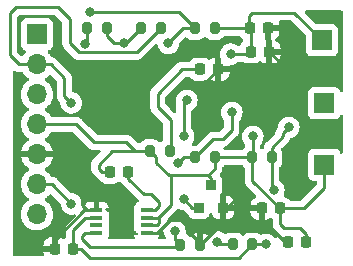
<source format=gbl>
%TF.GenerationSoftware,KiCad,Pcbnew,(6.0.9)*%
%TF.CreationDate,2023-09-05T16:32:31-05:00*%
%TF.ProjectId,Pulse_Temp,50756c73-655f-4546-956d-702e6b696361,rev?*%
%TF.SameCoordinates,Original*%
%TF.FileFunction,Copper,L2,Bot*%
%TF.FilePolarity,Positive*%
%FSLAX46Y46*%
G04 Gerber Fmt 4.6, Leading zero omitted, Abs format (unit mm)*
G04 Created by KiCad (PCBNEW (6.0.9)) date 2023-09-05 16:32:31*
%MOMM*%
%LPD*%
G01*
G04 APERTURE LIST*
G04 Aperture macros list*
%AMRoundRect*
0 Rectangle with rounded corners*
0 $1 Rounding radius*
0 $2 $3 $4 $5 $6 $7 $8 $9 X,Y pos of 4 corners*
0 Add a 4 corners polygon primitive as box body*
4,1,4,$2,$3,$4,$5,$6,$7,$8,$9,$2,$3,0*
0 Add four circle primitives for the rounded corners*
1,1,$1+$1,$2,$3*
1,1,$1+$1,$4,$5*
1,1,$1+$1,$6,$7*
1,1,$1+$1,$8,$9*
0 Add four rect primitives between the rounded corners*
20,1,$1+$1,$2,$3,$4,$5,0*
20,1,$1+$1,$4,$5,$6,$7,0*
20,1,$1+$1,$6,$7,$8,$9,0*
20,1,$1+$1,$8,$9,$2,$3,0*%
G04 Aperture macros list end*
%TA.AperFunction,ComponentPad*%
%ADD10R,1.700000X1.700000*%
%TD*%
%TA.AperFunction,SMDPad,CuDef*%
%ADD11R,1.041400X0.381000*%
%TD*%
%TA.AperFunction,SMDPad,CuDef*%
%ADD12RoundRect,0.218750X0.218750X0.256250X-0.218750X0.256250X-0.218750X-0.256250X0.218750X-0.256250X0*%
%TD*%
%TA.AperFunction,SMDPad,CuDef*%
%ADD13RoundRect,0.200000X0.200000X0.275000X-0.200000X0.275000X-0.200000X-0.275000X0.200000X-0.275000X0*%
%TD*%
%TA.AperFunction,SMDPad,CuDef*%
%ADD14RoundRect,0.225000X0.225000X0.250000X-0.225000X0.250000X-0.225000X-0.250000X0.225000X-0.250000X0*%
%TD*%
%TA.AperFunction,SMDPad,CuDef*%
%ADD15RoundRect,0.218750X-0.218750X-0.256250X0.218750X-0.256250X0.218750X0.256250X-0.218750X0.256250X0*%
%TD*%
%TA.AperFunction,SMDPad,CuDef*%
%ADD16RoundRect,0.200000X-0.200000X-0.275000X0.200000X-0.275000X0.200000X0.275000X-0.200000X0.275000X0*%
%TD*%
%TA.AperFunction,ComponentPad*%
%ADD17O,1.700000X1.700000*%
%TD*%
%TA.AperFunction,SMDPad,CuDef*%
%ADD18RoundRect,0.225000X-0.225000X-0.250000X0.225000X-0.250000X0.225000X0.250000X-0.225000X0.250000X0*%
%TD*%
%TA.AperFunction,SMDPad,CuDef*%
%ADD19R,0.812800X0.889000*%
%TD*%
%TA.AperFunction,ViaPad*%
%ADD20C,0.800000*%
%TD*%
%TA.AperFunction,Conductor*%
%ADD21C,0.250000*%
%TD*%
G04 APERTURE END LIST*
D10*
%TO.P,3V,1,1*%
%TO.N,/3V*%
X180289200Y-84175600D03*
%TD*%
%TO.P,5V,1,1*%
%TO.N,/5V*%
X180289200Y-78994000D03*
%TD*%
%TO.P,1.8V,1,1*%
%TO.N,/1.8V*%
X180086000Y-73660000D03*
%TD*%
D11*
%TO.P,5V Reg,1,LX*%
%TO.N,Net-(2.2u_L1-Pad2)*%
X165239700Y-88026240D03*
%TO.P,5V Reg,2,EN*%
%TO.N,/3V*%
X165239700Y-88676480D03*
%TO.P,5V Reg,3,VIN*%
X165239700Y-89326720D03*
%TO.P,5V Reg,4,AGND*%
%TO.N,0*%
X165239700Y-89976960D03*
%TO.P,5V Reg,5,FB*%
%TO.N,Net-(100k_R1-Pad1)*%
X160997900Y-89976960D03*
%TO.P,5V Reg,6,RSET*%
%TO.N,unconnected-(U1-Pad6)*%
X160997900Y-89326720D03*
%TO.P,5V Reg,7,OUT*%
%TO.N,/5V*%
X160997900Y-88676480D03*
%TO.P,5V Reg,8,PGND*%
%TO.N,0*%
X160997900Y-88026240D03*
%TD*%
D12*
%TO.P,D1,1,K*%
%TO.N,0*%
X171323100Y-76098400D03*
%TO.P,D1,2,A*%
%TO.N,Net-(1k_R6-Pad2)*%
X169748100Y-76098400D03*
%TD*%
D13*
%TO.P,4.7k_R4,1*%
%TO.N,/1.8V*%
X161861000Y-72644000D03*
%TO.P,4.7k_R4,2*%
%TO.N,/PO_SCL*%
X160211000Y-72644000D03*
%TD*%
D14*
%TO.P,10u_C3,1*%
%TO.N,/5V*%
X159017000Y-91287600D03*
%TO.P,10u_C3,2*%
%TO.N,0*%
X157467000Y-91287600D03*
%TD*%
D15*
%TO.P,2.2u_L1,1,1*%
%TO.N,/3V*%
X162128100Y-84836000D03*
%TO.P,2.2u_L1,2,2*%
%TO.N,Net-(2.2u_L1-Pad2)*%
X163703100Y-84836000D03*
%TD*%
D16*
%TO.P,10k_R1,1*%
%TO.N,/3V*%
X174181000Y-83566000D03*
%TO.P,10k_R1,2*%
%TO.N,/THD_SDA*%
X175831000Y-83566000D03*
%TD*%
D14*
%TO.P,0.1u_C1,1*%
%TO.N,/3V*%
X176543000Y-87884000D03*
%TO.P,0.1u_C1,2*%
%TO.N,0*%
X174993000Y-87884000D03*
%TD*%
D16*
%TO.P,100k_R1,1*%
%TO.N,Net-(100k_R1-Pad1)*%
X168085000Y-90982800D03*
%TO.P,100k_R1,2*%
%TO.N,0*%
X169735000Y-90982800D03*
%TD*%
%TO.P,1k_R6,1*%
%TO.N,/3V*%
X165545000Y-83007200D03*
%TO.P,1k_R6,2*%
%TO.N,Net-(1k_R6-Pad2)*%
X167195000Y-83007200D03*
%TD*%
D13*
%TO.P,4.7k_R3,1*%
%TO.N,/PO_SDA*%
X166433000Y-72644000D03*
%TO.P,4.7k_R3,2*%
%TO.N,/1.8V*%
X164783000Y-72644000D03*
%TD*%
D10*
%TO.P,J1,1,Pin_1*%
%TO.N,/PO_INT*%
X155956000Y-73147000D03*
D17*
%TO.P,J1,2,Pin_2*%
%TO.N,/PO_SDA*%
X155956000Y-75687000D03*
%TO.P,J1,3,Pin_3*%
%TO.N,/PO_SCL*%
X155956000Y-78227000D03*
%TO.P,J1,4,Pin_4*%
%TO.N,/3V*%
X155956000Y-80767000D03*
%TO.P,J1,5,Pin_5*%
%TO.N,0*%
X155956000Y-83307000D03*
%TO.P,J1,6,Pin_6*%
%TO.N,/THD_SDA*%
X155956000Y-85847000D03*
%TO.P,J1,7,Pin_7*%
%TO.N,/THD_SCL*%
X155956000Y-88387000D03*
%TD*%
D18*
%TO.P,1u_C4,1*%
%TO.N,/1.8V*%
X173977000Y-72644000D03*
%TO.P,1u_C4,2*%
%TO.N,0*%
X175527000Y-72644000D03*
%TD*%
D14*
%TO.P,10u_C1,1*%
%TO.N,/3V*%
X178778200Y-90728800D03*
%TO.P,10u_C1,2*%
%TO.N,0*%
X177228200Y-90728800D03*
%TD*%
%TO.P,0.1u_C6,1*%
%TO.N,0*%
X175628600Y-74625200D03*
%TO.P,0.1u_C6,2*%
%TO.N,/1.8V*%
X174078600Y-74625200D03*
%TD*%
D16*
%TO.P,10k_R2,1*%
%TO.N,/THD_SCL*%
X169355000Y-83566000D03*
%TO.P,10k_R2,2*%
%TO.N,/3V*%
X171005000Y-83566000D03*
%TD*%
%TO.P,750k_R2,1*%
%TO.N,Net-(100k_R1-Pad1)*%
X172555400Y-90932000D03*
%TO.P,750k_R2,2*%
%TO.N,/5V*%
X174205400Y-90932000D03*
%TD*%
%TO.P,4.7k_R5,1*%
%TO.N,/PO_INT*%
X169355000Y-72644000D03*
%TO.P,4.7k_R5,2*%
%TO.N,/1.8V*%
X171005000Y-72644000D03*
%TD*%
D19*
%TO.P,Reg 1.8V,1,GND*%
%TO.N,0*%
X171712999Y-87812999D03*
%TO.P,Reg 1.8V,2,VOUT*%
%TO.N,/1.8V*%
X169663001Y-87812999D03*
%TO.P,Reg 1.8V,3,VIN*%
%TO.N,/3V*%
X170688000Y-85923000D03*
%TD*%
D20*
%TO.N,/3V*%
X174244000Y-81788000D03*
%TO.N,0*%
X170180000Y-77470000D03*
X172466000Y-84836000D03*
X177038000Y-75946000D03*
X169672000Y-81788000D03*
X158959700Y-84016700D03*
%TO.N,/5V*%
X175361600Y-90932000D03*
%TO.N,/1.8V*%
X163322000Y-73914000D03*
X172364400Y-74828400D03*
X168656000Y-78740000D03*
X168402000Y-81788000D03*
X168402000Y-87122000D03*
%TO.N,/PO_SDA*%
X158860166Y-78948076D03*
%TO.N,/PO_SCL*%
X160020000Y-73951500D03*
%TO.N,/THD_SDA*%
X177292000Y-81026000D03*
X158881299Y-87507299D03*
X176026299Y-86355701D03*
%TO.N,/THD_SCL*%
X172466000Y-79756000D03*
X167894000Y-84074000D03*
%TO.N,Net-(100k_R1-Pad1)*%
X167640000Y-89814400D03*
X171246800Y-90728800D03*
%TO.N,/PO_INT*%
X160477200Y-71221600D03*
X167081200Y-73914000D03*
%TD*%
D21*
%TO.N,/3V*%
X166050000Y-83512200D02*
X165545000Y-83007200D01*
X178778200Y-90030600D02*
X178778200Y-90728800D01*
X167284400Y-87630000D02*
X167284400Y-85090000D01*
X176543000Y-87884000D02*
X176543000Y-89167000D01*
X166248080Y-88676480D02*
X166573200Y-88351360D01*
X176530000Y-87884000D02*
X174181000Y-85535000D01*
X159253000Y-80767000D02*
X155956000Y-80767000D01*
X161493200Y-84836000D02*
X161188400Y-84531200D01*
X166319200Y-88747600D02*
X166248080Y-88676480D01*
X161188400Y-84531200D02*
X161188400Y-84175600D01*
X167284400Y-85090000D02*
X167132000Y-85090000D01*
X166319200Y-89154000D02*
X166319200Y-88747600D01*
X176543000Y-87884000D02*
X176530000Y-87884000D01*
X178562000Y-87884000D02*
X180289200Y-86156800D01*
X176543000Y-87884000D02*
X178562000Y-87884000D01*
X178257200Y-89509600D02*
X178778200Y-90030600D01*
X165545000Y-83007200D02*
X164236400Y-83007200D01*
X176885600Y-89509600D02*
X178257200Y-89509600D01*
X171005000Y-83566000D02*
X174181000Y-83566000D01*
X180289200Y-86156800D02*
X180289200Y-84175600D01*
X166050000Y-83512200D02*
X166050000Y-84008000D01*
X165239700Y-89326720D02*
X166146480Y-89326720D01*
X166050000Y-84008000D02*
X167132000Y-85090000D01*
X174244000Y-81788000D02*
X174244000Y-83503000D01*
X162356800Y-83007200D02*
X164236400Y-83007200D01*
X166146480Y-89326720D02*
X166319200Y-89154000D01*
X160782000Y-82296000D02*
X159253000Y-80767000D01*
X174181000Y-85535000D02*
X174181000Y-83566000D01*
X170434000Y-85090000D02*
X167284400Y-85090000D01*
X163525200Y-82296000D02*
X160782000Y-82296000D01*
X174244000Y-83503000D02*
X174181000Y-83566000D01*
X164236400Y-83007200D02*
X163525200Y-82296000D01*
X171005000Y-84519000D02*
X170434000Y-85090000D01*
X161188400Y-84175600D02*
X162356800Y-83007200D01*
X166573200Y-88341200D02*
X167284400Y-87630000D01*
X171005000Y-83566000D02*
X171005000Y-84519000D01*
X170434000Y-85090000D02*
X170688000Y-85344000D01*
X166573200Y-88351360D02*
X166573200Y-88341200D01*
X170688000Y-85344000D02*
X170688000Y-85923000D01*
X176543000Y-89167000D02*
X176885600Y-89509600D01*
X166248080Y-88676480D02*
X165239700Y-88676480D01*
X162128100Y-84836000D02*
X161493200Y-84836000D01*
%TO.N,0*%
X157467000Y-90538600D02*
X159979360Y-88026240D01*
X174993000Y-87884000D02*
X174993000Y-88785400D01*
X157467000Y-91287600D02*
X157467000Y-90538600D01*
X174921999Y-87812999D02*
X174993000Y-87884000D01*
X170180000Y-77470000D02*
X169672000Y-77978000D01*
X172745500Y-77470000D02*
X174015500Y-76200000D01*
X172029001Y-87812999D02*
X171712999Y-87812999D01*
X171712999Y-87812999D02*
X171712999Y-89004801D01*
X171712999Y-89004801D02*
X169735000Y-90982800D01*
X165239700Y-89976960D02*
X166156640Y-89976960D01*
X174015500Y-76200000D02*
X174498000Y-76200000D01*
X169735000Y-90842600D02*
X169735000Y-90982800D01*
X158250000Y-83307000D02*
X158959700Y-84016700D01*
X175006000Y-76708000D02*
X176276000Y-76708000D01*
X172466000Y-84836000D02*
X172974000Y-85344000D01*
X155956000Y-83307000D02*
X158250000Y-83307000D01*
X168554400Y-89662000D02*
X169735000Y-90842600D01*
X170180000Y-77470000D02*
X172745500Y-77470000D01*
X176949400Y-75946000D02*
X175628600Y-74625200D01*
X166156640Y-89976960D02*
X167233600Y-88900000D01*
X176276000Y-76708000D02*
X177038000Y-75946000D01*
X170180000Y-77241500D02*
X171323100Y-76098400D01*
X174993000Y-88785400D02*
X176936400Y-90728800D01*
X175527000Y-72644000D02*
X175527000Y-74523600D01*
X168554400Y-89154000D02*
X168554400Y-89662000D01*
X169672000Y-77978000D02*
X169672000Y-81788000D01*
X174498000Y-76200000D02*
X175006000Y-76708000D01*
X172974000Y-86868000D02*
X172029001Y-87812999D01*
X159766000Y-87630000D02*
X159766000Y-84823000D01*
X159766000Y-84823000D02*
X158959700Y-84016700D01*
X172974000Y-85344000D02*
X172974000Y-86868000D01*
X168300400Y-88900000D02*
X168554400Y-89154000D01*
X159979360Y-88026240D02*
X160162240Y-88026240D01*
X176936400Y-90728800D02*
X177228200Y-90728800D01*
X170180000Y-77470000D02*
X170180000Y-77241500D01*
X171712999Y-87812999D02*
X174921999Y-87812999D01*
X175527000Y-74523600D02*
X175628600Y-74625200D01*
X160997900Y-88026240D02*
X160162240Y-88026240D01*
X177038000Y-75946000D02*
X176949400Y-75946000D01*
X160162240Y-88026240D02*
X159766000Y-87630000D01*
X167233600Y-88900000D02*
X168300400Y-88900000D01*
%TO.N,/5V*%
X159017000Y-91287600D02*
X159664400Y-91287600D01*
X160997900Y-88676480D02*
X160040320Y-88676480D01*
X159664400Y-91287600D02*
X160477200Y-92100400D01*
X159017000Y-89699800D02*
X159017000Y-91287600D01*
X173037000Y-92100400D02*
X174205400Y-90932000D01*
X160040320Y-88676480D02*
X159017000Y-89699800D01*
X175361600Y-90932000D02*
X174205400Y-90932000D01*
X160477200Y-92100400D02*
X173037000Y-92100400D01*
%TO.N,/1.8V*%
X163322000Y-73914000D02*
X163513000Y-73914000D01*
X173977000Y-72644000D02*
X173888400Y-72555400D01*
X173977000Y-72644000D02*
X171005000Y-72644000D01*
X174078600Y-72745600D02*
X173977000Y-72644000D01*
X163322000Y-73914000D02*
X162509200Y-73914000D01*
X163513000Y-73914000D02*
X164783000Y-72644000D01*
X168402000Y-81788000D02*
X168402000Y-78994000D01*
X162509200Y-73914000D02*
X161861000Y-73265800D01*
X173875400Y-74828400D02*
X174078600Y-74625200D01*
X173888400Y-72555400D02*
X173888400Y-71628000D01*
X169663001Y-87812999D02*
X169092999Y-87812999D01*
X173888400Y-71628000D02*
X174193200Y-71323200D01*
X177749200Y-71323200D02*
X180086000Y-73660000D01*
X174193200Y-71323200D02*
X177749200Y-71323200D01*
X168402000Y-78994000D02*
X168656000Y-78740000D01*
X169092999Y-87812999D02*
X168402000Y-87122000D01*
X172364400Y-74828400D02*
X173875400Y-74828400D01*
X161861000Y-73265800D02*
X161861000Y-72644000D01*
X174078600Y-74625200D02*
X174078600Y-72745600D01*
%TO.N,Net-(1k_R6-Pad2)*%
X166179000Y-79311000D02*
X166179000Y-78169000D01*
X167284400Y-80416400D02*
X166179000Y-79311000D01*
X167195000Y-83007200D02*
X167284400Y-82917800D01*
X166179000Y-78169000D02*
X168249600Y-76098400D01*
X167284400Y-82917800D02*
X167284400Y-80416400D01*
X168249600Y-76098400D02*
X169748100Y-76098400D01*
%TO.N,/PO_SDA*%
X158860166Y-78948076D02*
X158292800Y-78380710D01*
X158750000Y-71882000D02*
X157734000Y-70866000D01*
X164401000Y-74676000D02*
X159512000Y-74676000D01*
X154178000Y-70866000D02*
X153670000Y-71374000D01*
X158292800Y-76860400D02*
X157119400Y-75687000D01*
X159512000Y-74676000D02*
X158750000Y-73914000D01*
X158750000Y-73914000D02*
X158750000Y-71882000D01*
X153670000Y-74930000D02*
X154427000Y-75687000D01*
X158292800Y-78380710D02*
X158292800Y-76860400D01*
X166433000Y-72644000D02*
X164401000Y-74676000D01*
X154427000Y-75687000D02*
X155956000Y-75687000D01*
X153670000Y-71374000D02*
X153670000Y-74930000D01*
X157119400Y-75687000D02*
X155956000Y-75687000D01*
X157734000Y-70866000D02*
X154178000Y-70866000D01*
%TO.N,/PO_SCL*%
X160211000Y-72644000D02*
X160211000Y-73760500D01*
X160211000Y-73760500D02*
X160020000Y-73951500D01*
%TO.N,/THD_SDA*%
X175831000Y-83566000D02*
X175831000Y-86160402D01*
X158881299Y-87507299D02*
X157221000Y-85847000D01*
X175831000Y-82741000D02*
X175831000Y-83566000D01*
X177292000Y-81026000D02*
X176784000Y-81534000D01*
X176784000Y-81534000D02*
X176784000Y-81788000D01*
X176784000Y-81788000D02*
X175831000Y-82741000D01*
X157221000Y-85847000D02*
X155956000Y-85847000D01*
X175831000Y-86160402D02*
X176026299Y-86355701D01*
%TO.N,/THD_SCL*%
X168402000Y-83566000D02*
X167894000Y-84074000D01*
X172466000Y-81280000D02*
X171704000Y-82042000D01*
X169355000Y-83566000D02*
X168402000Y-83566000D01*
X171704000Y-82042000D02*
X170879000Y-82042000D01*
X172466000Y-79756000D02*
X172466000Y-81280000D01*
X170879000Y-82042000D02*
X169355000Y-83566000D01*
%TO.N,Net-(2.2u_L1-Pad2)*%
X163703100Y-85369500D02*
X163703100Y-84836000D01*
X165658800Y-86664800D02*
X164998400Y-86664800D01*
X165973760Y-88026240D02*
X166319200Y-87680800D01*
X164998400Y-86664800D02*
X163703100Y-85369500D01*
X166319200Y-87680800D02*
X166319200Y-87325200D01*
X166319200Y-87325200D02*
X165658800Y-86664800D01*
X165239700Y-88026240D02*
X165973760Y-88026240D01*
%TO.N,Net-(100k_R1-Pad1)*%
X167932600Y-91135200D02*
X168085000Y-90982800D01*
X160997900Y-89976960D02*
X160060640Y-89976960D01*
X171450000Y-90932000D02*
X171246800Y-90728800D01*
X159816800Y-90220800D02*
X159816800Y-90474800D01*
X160060640Y-89976960D02*
X159816800Y-90220800D01*
X167640000Y-90537800D02*
X168085000Y-90982800D01*
X160477200Y-91135200D02*
X167932600Y-91135200D01*
X167640000Y-89814400D02*
X167640000Y-90537800D01*
X159816800Y-90474800D02*
X160477200Y-91135200D01*
X172555400Y-90932000D02*
X171450000Y-90932000D01*
%TO.N,/PO_INT*%
X160477200Y-71221600D02*
X160528000Y-71272400D01*
X167690800Y-73304400D02*
X167081200Y-73914000D01*
X169355000Y-72644000D02*
X168351200Y-72644000D01*
X160528000Y-71272400D02*
X167983400Y-71272400D01*
X167983400Y-71272400D02*
X169355000Y-72644000D01*
X168351200Y-72644000D02*
X167690800Y-73304400D01*
%TD*%
%TA.AperFunction,Conductor*%
%TO.N,0*%
G36*
X154101252Y-76238248D02*
G01*
X154101959Y-76236613D01*
X154101960Y-76236614D01*
X154142540Y-76254174D01*
X154153188Y-76259391D01*
X154191940Y-76280695D01*
X154199616Y-76282666D01*
X154199619Y-76282667D01*
X154211562Y-76285733D01*
X154230267Y-76292137D01*
X154248855Y-76300181D01*
X154256678Y-76301420D01*
X154256688Y-76301423D01*
X154292524Y-76307099D01*
X154304144Y-76309505D01*
X154339289Y-76318528D01*
X154346970Y-76320500D01*
X154367224Y-76320500D01*
X154386934Y-76322051D01*
X154406943Y-76325220D01*
X154414835Y-76324474D01*
X154450961Y-76321059D01*
X154462819Y-76320500D01*
X154680274Y-76320500D01*
X154748395Y-76340502D01*
X154787707Y-76380665D01*
X154855987Y-76492088D01*
X155002250Y-76660938D01*
X155174126Y-76803632D01*
X155196334Y-76816609D01*
X155247445Y-76846476D01*
X155296169Y-76898114D01*
X155309240Y-76967897D01*
X155282509Y-77033669D01*
X155242055Y-77067027D01*
X155229607Y-77073507D01*
X155225474Y-77076610D01*
X155225471Y-77076612D01*
X155055100Y-77204530D01*
X155050965Y-77207635D01*
X154896629Y-77369138D01*
X154770743Y-77553680D01*
X154755003Y-77587590D01*
X154681274Y-77746426D01*
X154676688Y-77756305D01*
X154616989Y-77971570D01*
X154593251Y-78193695D01*
X154593548Y-78198848D01*
X154593548Y-78198851D01*
X154599011Y-78293590D01*
X154606110Y-78416715D01*
X154607247Y-78421761D01*
X154607248Y-78421767D01*
X154624890Y-78500049D01*
X154655222Y-78634639D01*
X154708038Y-78764711D01*
X154719691Y-78793407D01*
X154739266Y-78841616D01*
X154768849Y-78889891D01*
X154817182Y-78968763D01*
X154855987Y-79032088D01*
X155002250Y-79200938D01*
X155174126Y-79343632D01*
X155193334Y-79354856D01*
X155247445Y-79386476D01*
X155296169Y-79438114D01*
X155309240Y-79507897D01*
X155282509Y-79573669D01*
X155242055Y-79607027D01*
X155229607Y-79613507D01*
X155225474Y-79616610D01*
X155225471Y-79616612D01*
X155058631Y-79741879D01*
X155050965Y-79747635D01*
X154896629Y-79909138D01*
X154893715Y-79913410D01*
X154893714Y-79913411D01*
X154837716Y-79995501D01*
X154770743Y-80093680D01*
X154732011Y-80177121D01*
X154679973Y-80289229D01*
X154676688Y-80296305D01*
X154616989Y-80511570D01*
X154593251Y-80733695D01*
X154606110Y-80956715D01*
X154607247Y-80961761D01*
X154607248Y-80961767D01*
X154619830Y-81017596D01*
X154655222Y-81174639D01*
X154689964Y-81260198D01*
X154728806Y-81355855D01*
X154739266Y-81381616D01*
X154777279Y-81443648D01*
X154850384Y-81562944D01*
X154855987Y-81572088D01*
X155002250Y-81740938D01*
X155174126Y-81883632D01*
X155228398Y-81915346D01*
X155247955Y-81926774D01*
X155296679Y-81978412D01*
X155309750Y-82048195D01*
X155283019Y-82113967D01*
X155242562Y-82147327D01*
X155234457Y-82151546D01*
X155225738Y-82157036D01*
X155055433Y-82284905D01*
X155047726Y-82291748D01*
X154900590Y-82445717D01*
X154894104Y-82453727D01*
X154774098Y-82629649D01*
X154769000Y-82638623D01*
X154679338Y-82831783D01*
X154675775Y-82841470D01*
X154620389Y-83041183D01*
X154621912Y-83049607D01*
X154634292Y-83053000D01*
X157274344Y-83053000D01*
X157287875Y-83049027D01*
X157289180Y-83039947D01*
X157247214Y-82872875D01*
X157243894Y-82863124D01*
X157158972Y-82667814D01*
X157154105Y-82658739D01*
X157038426Y-82479926D01*
X157032136Y-82471757D01*
X156888806Y-82314240D01*
X156881273Y-82307215D01*
X156714139Y-82175222D01*
X156705556Y-82169520D01*
X156668602Y-82149120D01*
X156618631Y-82098687D01*
X156603859Y-82029245D01*
X156628975Y-81962839D01*
X156656327Y-81936232D01*
X156701876Y-81903742D01*
X156835860Y-81808173D01*
X156994096Y-81650489D01*
X157009622Y-81628883D01*
X157121435Y-81473277D01*
X157124453Y-81469077D01*
X157126746Y-81464437D01*
X157128446Y-81461608D01*
X157180674Y-81413518D01*
X157236451Y-81400500D01*
X158938406Y-81400500D01*
X159006527Y-81420502D01*
X159027501Y-81437405D01*
X160278343Y-82688247D01*
X160285887Y-82696537D01*
X160290000Y-82703018D01*
X160295777Y-82708443D01*
X160339667Y-82749658D01*
X160342509Y-82752413D01*
X160362231Y-82772135D01*
X160365355Y-82774558D01*
X160365359Y-82774562D01*
X160365424Y-82774612D01*
X160374445Y-82782317D01*
X160406679Y-82812586D01*
X160413627Y-82816405D01*
X160413629Y-82816407D01*
X160424432Y-82822346D01*
X160440959Y-82833202D01*
X160450698Y-82840757D01*
X160450700Y-82840758D01*
X160456960Y-82845614D01*
X160497540Y-82863174D01*
X160508188Y-82868391D01*
X160529980Y-82880371D01*
X160546940Y-82889695D01*
X160554616Y-82891666D01*
X160554619Y-82891667D01*
X160566562Y-82894733D01*
X160585267Y-82901137D01*
X160603855Y-82909181D01*
X160611678Y-82910420D01*
X160611688Y-82910423D01*
X160647524Y-82916099D01*
X160659144Y-82918505D01*
X160694289Y-82927528D01*
X160701970Y-82929500D01*
X160722224Y-82929500D01*
X160741934Y-82931051D01*
X160761943Y-82934220D01*
X160769835Y-82933474D01*
X160795467Y-82931051D01*
X160805962Y-82930059D01*
X160817819Y-82929500D01*
X161234405Y-82929500D01*
X161302526Y-82949502D01*
X161349019Y-83003158D01*
X161359123Y-83073432D01*
X161329629Y-83138012D01*
X161323500Y-83144596D01*
X160796142Y-83671953D01*
X160787863Y-83679487D01*
X160781382Y-83683600D01*
X160747881Y-83719275D01*
X160734757Y-83733251D01*
X160732002Y-83736093D01*
X160712265Y-83755830D01*
X160709785Y-83759027D01*
X160702082Y-83768047D01*
X160671814Y-83800279D01*
X160667995Y-83807225D01*
X160667993Y-83807228D01*
X160662052Y-83818034D01*
X160651201Y-83834553D01*
X160638786Y-83850559D01*
X160635641Y-83857828D01*
X160635638Y-83857832D01*
X160621226Y-83891137D01*
X160616009Y-83901787D01*
X160594705Y-83940540D01*
X160592734Y-83948215D01*
X160592734Y-83948216D01*
X160589667Y-83960162D01*
X160583263Y-83978866D01*
X160575219Y-83997455D01*
X160573980Y-84005278D01*
X160573977Y-84005288D01*
X160568301Y-84041124D01*
X160565895Y-84052744D01*
X160556872Y-84087889D01*
X160554900Y-84095570D01*
X160554900Y-84115824D01*
X160553349Y-84135534D01*
X160550180Y-84155543D01*
X160550926Y-84163435D01*
X160554341Y-84199561D01*
X160554900Y-84211419D01*
X160554900Y-84452433D01*
X160554373Y-84463616D01*
X160552698Y-84471109D01*
X160552947Y-84479035D01*
X160552947Y-84479036D01*
X160554838Y-84539186D01*
X160554900Y-84543145D01*
X160554900Y-84571056D01*
X160555397Y-84574990D01*
X160555397Y-84574991D01*
X160555405Y-84575056D01*
X160556338Y-84586893D01*
X160557727Y-84631089D01*
X160562527Y-84647611D01*
X160563378Y-84650539D01*
X160567387Y-84669900D01*
X160569926Y-84689997D01*
X160572845Y-84697368D01*
X160572845Y-84697370D01*
X160586204Y-84731112D01*
X160590049Y-84742342D01*
X160602382Y-84784793D01*
X160606415Y-84791612D01*
X160606417Y-84791617D01*
X160612693Y-84802228D01*
X160621388Y-84819976D01*
X160628848Y-84838817D01*
X160633510Y-84845233D01*
X160633510Y-84845234D01*
X160654836Y-84874587D01*
X160661352Y-84884507D01*
X160683858Y-84922562D01*
X160698179Y-84936883D01*
X160711019Y-84951916D01*
X160722928Y-84968307D01*
X160755930Y-84995609D01*
X160757005Y-84996498D01*
X160765784Y-85004488D01*
X160989543Y-85228247D01*
X160997087Y-85236537D01*
X161001200Y-85243018D01*
X161006977Y-85248443D01*
X161050867Y-85289658D01*
X161053709Y-85292413D01*
X161073430Y-85312134D01*
X161076625Y-85314612D01*
X161085647Y-85322318D01*
X161117879Y-85352586D01*
X161124828Y-85356406D01*
X161135632Y-85362346D01*
X161152156Y-85373199D01*
X161168159Y-85385613D01*
X161208743Y-85403176D01*
X161219381Y-85408387D01*
X161236344Y-85417713D01*
X161282787Y-85461824D01*
X161335529Y-85547055D01*
X161455547Y-85666864D01*
X161461777Y-85670704D01*
X161461778Y-85670705D01*
X161466637Y-85673700D01*
X161599908Y-85755849D01*
X161606856Y-85758154D01*
X161606857Y-85758154D01*
X161754338Y-85807072D01*
X161754340Y-85807072D01*
X161760869Y-85809238D01*
X161861028Y-85819500D01*
X162395172Y-85819500D01*
X162398418Y-85819163D01*
X162398422Y-85819163D01*
X162442754Y-85814563D01*
X162496582Y-85808978D01*
X162657449Y-85755308D01*
X162801655Y-85666071D01*
X162826487Y-85641195D01*
X162888768Y-85607116D01*
X162959588Y-85612118D01*
X163004678Y-85641040D01*
X163030547Y-85666864D01*
X163036777Y-85670704D01*
X163036778Y-85670705D01*
X163168679Y-85752010D01*
X163168683Y-85752012D01*
X163174908Y-85755849D01*
X163181852Y-85758152D01*
X163183432Y-85758889D01*
X163227070Y-85794862D01*
X163227544Y-85794417D01*
X163231015Y-85798113D01*
X163232116Y-85799021D01*
X163237628Y-85806607D01*
X163253213Y-85819500D01*
X163271705Y-85834798D01*
X163280484Y-85842788D01*
X164494748Y-87057053D01*
X164502288Y-87065339D01*
X164506400Y-87071818D01*
X164512177Y-87077243D01*
X164556051Y-87118443D01*
X164558893Y-87121198D01*
X164578630Y-87140935D01*
X164581770Y-87143370D01*
X164584055Y-87145385D01*
X164621927Y-87205437D01*
X164621320Y-87276431D01*
X164582428Y-87335827D01*
X164544962Y-87357883D01*
X164518949Y-87367635D01*
X164472295Y-87385125D01*
X164355739Y-87472479D01*
X164268385Y-87589035D01*
X164217255Y-87725424D01*
X164210500Y-87787606D01*
X164210500Y-88264874D01*
X164210869Y-88268271D01*
X164215035Y-88306616D01*
X164217118Y-88325795D01*
X164217255Y-88327056D01*
X164217118Y-88327071D01*
X164217118Y-88375649D01*
X164217255Y-88375664D01*
X164216402Y-88383514D01*
X164216402Y-88383515D01*
X164213044Y-88414427D01*
X164210500Y-88437846D01*
X164210500Y-88915114D01*
X164210869Y-88918511D01*
X164215375Y-88959986D01*
X164217118Y-88976035D01*
X164217255Y-88977296D01*
X164217118Y-88977311D01*
X164217118Y-89025889D01*
X164217255Y-89025904D01*
X164216402Y-89033754D01*
X164216402Y-89033755D01*
X164214289Y-89053210D01*
X164210500Y-89088086D01*
X164210500Y-89565354D01*
X164210869Y-89568751D01*
X164216239Y-89618181D01*
X164217255Y-89627536D01*
X164217377Y-89627861D01*
X164217377Y-89676213D01*
X164217748Y-89676253D01*
X164217377Y-89679668D01*
X164217377Y-89682081D01*
X164216894Y-89684110D01*
X164211369Y-89734974D01*
X164211000Y-89741788D01*
X164211000Y-89768345D01*
X164215475Y-89783584D01*
X164216865Y-89784789D01*
X164237783Y-89789339D01*
X164237439Y-89790921D01*
X164290368Y-89806462D01*
X164323073Y-89836895D01*
X164339366Y-89858634D01*
X164355739Y-89880481D01*
X164432062Y-89937682D01*
X164436001Y-89940634D01*
X164478516Y-89997493D01*
X164483542Y-90068312D01*
X164449482Y-90130605D01*
X164387151Y-90164595D01*
X164360436Y-90167460D01*
X164229116Y-90167460D01*
X164213877Y-90171935D01*
X164212672Y-90173325D01*
X164211001Y-90181008D01*
X164211001Y-90212129D01*
X164211371Y-90218950D01*
X164216895Y-90269812D01*
X164220521Y-90285063D01*
X164237918Y-90331470D01*
X164243101Y-90402277D01*
X164209180Y-90464646D01*
X164146925Y-90498776D01*
X164119936Y-90501700D01*
X162118198Y-90501700D01*
X162050077Y-90481698D01*
X162003584Y-90428042D01*
X161993480Y-90357768D01*
X162000216Y-90331470D01*
X162006674Y-90314242D01*
X162020345Y-90277776D01*
X162027100Y-90215594D01*
X162027100Y-89738326D01*
X162020345Y-89676144D01*
X162020482Y-89676129D01*
X162020482Y-89627551D01*
X162020345Y-89627536D01*
X162020482Y-89626275D01*
X162021562Y-89616338D01*
X162026731Y-89568751D01*
X162027100Y-89565354D01*
X162027100Y-89088086D01*
X162023311Y-89053210D01*
X162021198Y-89033755D01*
X162021198Y-89033754D01*
X162020345Y-89025904D01*
X162020482Y-89025889D01*
X162020482Y-88977311D01*
X162020345Y-88977296D01*
X162020482Y-88976035D01*
X162022226Y-88959986D01*
X162026731Y-88918511D01*
X162027100Y-88915114D01*
X162027100Y-88437846D01*
X162024556Y-88414427D01*
X162021199Y-88383521D01*
X162021198Y-88383515D01*
X162020345Y-88375664D01*
X162020223Y-88375339D01*
X162020223Y-88326987D01*
X162019852Y-88326947D01*
X162020223Y-88323532D01*
X162020223Y-88321119D01*
X162020706Y-88319090D01*
X162026231Y-88268226D01*
X162026600Y-88261412D01*
X162026600Y-88234855D01*
X162022125Y-88219616D01*
X162020735Y-88218411D01*
X161999817Y-88213861D01*
X162000161Y-88212279D01*
X161947232Y-88196738D01*
X161914527Y-88166305D01*
X161887243Y-88129900D01*
X161887242Y-88129899D01*
X161881861Y-88122719D01*
X161801599Y-88062566D01*
X161759084Y-88005707D01*
X161754058Y-87934888D01*
X161788118Y-87872595D01*
X161850449Y-87838605D01*
X161877164Y-87835740D01*
X162008484Y-87835740D01*
X162023723Y-87831265D01*
X162024928Y-87829875D01*
X162026599Y-87822192D01*
X162026599Y-87791071D01*
X162026229Y-87784250D01*
X162020705Y-87733388D01*
X162017079Y-87718136D01*
X161971924Y-87597686D01*
X161963386Y-87582091D01*
X161886885Y-87480016D01*
X161874324Y-87467455D01*
X161772249Y-87390954D01*
X161756654Y-87382416D01*
X161636206Y-87337262D01*
X161620951Y-87333635D01*
X161570086Y-87328109D01*
X161563272Y-87327740D01*
X161206515Y-87327740D01*
X161191276Y-87332215D01*
X161190071Y-87333605D01*
X161188400Y-87341288D01*
X161188400Y-87835740D01*
X161187918Y-87835740D01*
X161187919Y-87886976D01*
X161149536Y-87946703D01*
X161084956Y-87976197D01*
X161067022Y-87977480D01*
X160929976Y-87977480D01*
X160861855Y-87957478D01*
X160815362Y-87903822D01*
X160805258Y-87833548D01*
X160806855Y-87824697D01*
X160807400Y-87822192D01*
X160807400Y-87345856D01*
X160802925Y-87330617D01*
X160801535Y-87329412D01*
X160793852Y-87327741D01*
X160432531Y-87327741D01*
X160425710Y-87328111D01*
X160374848Y-87333635D01*
X160359596Y-87337261D01*
X160239146Y-87382416D01*
X160223551Y-87390954D01*
X160121476Y-87467455D01*
X160108915Y-87480016D01*
X160032412Y-87582094D01*
X160030065Y-87586381D01*
X159979807Y-87636527D01*
X159910416Y-87651541D01*
X159843923Y-87626656D01*
X159801440Y-87569772D01*
X159795217Y-87520469D01*
X159794113Y-87520469D01*
X159794113Y-87513864D01*
X159794803Y-87507299D01*
X159793110Y-87491190D01*
X159775531Y-87323934D01*
X159775531Y-87323932D01*
X159774841Y-87317371D01*
X159715826Y-87135743D01*
X159707429Y-87121198D01*
X159647787Y-87017896D01*
X159620339Y-86970355D01*
X159615246Y-86964698D01*
X159496974Y-86833344D01*
X159496973Y-86833343D01*
X159492552Y-86828433D01*
X159353296Y-86727257D01*
X159343393Y-86720062D01*
X159343392Y-86720061D01*
X159338051Y-86716181D01*
X159332023Y-86713497D01*
X159332021Y-86713496D01*
X159169618Y-86641190D01*
X159169617Y-86641190D01*
X159163587Y-86638505D01*
X159070186Y-86618652D01*
X158983243Y-86600171D01*
X158983238Y-86600171D01*
X158976786Y-86598799D01*
X158920894Y-86598799D01*
X158852773Y-86578797D01*
X158831799Y-86561894D01*
X157724652Y-85454747D01*
X157717112Y-85446461D01*
X157713000Y-85439982D01*
X157699143Y-85426969D01*
X157663349Y-85393357D01*
X157660507Y-85390602D01*
X157640770Y-85370865D01*
X157637573Y-85368385D01*
X157628551Y-85360680D01*
X157618674Y-85351405D01*
X157596321Y-85330414D01*
X157589375Y-85326595D01*
X157589372Y-85326593D01*
X157578566Y-85320652D01*
X157562047Y-85309801D01*
X157561442Y-85309332D01*
X157546041Y-85297386D01*
X157538772Y-85294241D01*
X157538768Y-85294238D01*
X157505463Y-85279826D01*
X157494813Y-85274609D01*
X157456060Y-85253305D01*
X157436437Y-85248267D01*
X157417734Y-85241863D01*
X157406420Y-85236967D01*
X157406419Y-85236967D01*
X157399145Y-85233819D01*
X157391322Y-85232580D01*
X157391312Y-85232577D01*
X157355476Y-85226901D01*
X157343856Y-85224495D01*
X157308711Y-85215472D01*
X157308710Y-85215472D01*
X157301030Y-85213500D01*
X157280776Y-85213500D01*
X157261065Y-85211949D01*
X157248886Y-85210020D01*
X157241057Y-85208780D01*
X157233167Y-85209526D01*
X157226173Y-85209306D01*
X157158715Y-85187173D01*
X157124340Y-85151808D01*
X157038822Y-85019617D01*
X157038820Y-85019614D01*
X157036014Y-85015277D01*
X156885670Y-84850051D01*
X156881619Y-84846852D01*
X156881615Y-84846848D01*
X156714414Y-84714800D01*
X156714410Y-84714798D01*
X156710359Y-84711598D01*
X156668569Y-84688529D01*
X156618598Y-84638097D01*
X156603826Y-84568654D01*
X156628942Y-84502248D01*
X156656294Y-84475641D01*
X156831328Y-84350792D01*
X156839200Y-84344139D01*
X156990052Y-84193812D01*
X156996730Y-84185965D01*
X157121003Y-84013020D01*
X157126313Y-84004183D01*
X157220670Y-83813267D01*
X157224469Y-83803672D01*
X157286377Y-83599910D01*
X157288555Y-83589837D01*
X157289986Y-83578962D01*
X157287775Y-83564778D01*
X157274617Y-83561000D01*
X154639225Y-83561000D01*
X154625694Y-83564973D01*
X154624257Y-83574966D01*
X154654565Y-83709446D01*
X154657645Y-83719275D01*
X154737770Y-83916603D01*
X154742413Y-83925794D01*
X154853694Y-84107388D01*
X154859777Y-84115699D01*
X154999213Y-84276667D01*
X155006580Y-84283883D01*
X155170434Y-84419916D01*
X155178881Y-84425831D01*
X155247969Y-84466203D01*
X155296693Y-84517842D01*
X155309764Y-84587625D01*
X155283033Y-84653396D01*
X155242584Y-84686752D01*
X155229607Y-84693507D01*
X155225474Y-84696610D01*
X155225471Y-84696612D01*
X155084804Y-84802228D01*
X155050965Y-84827635D01*
X155047393Y-84831373D01*
X154916536Y-84968307D01*
X154896629Y-84989138D01*
X154893715Y-84993410D01*
X154893714Y-84993411D01*
X154836604Y-85077131D01*
X154770743Y-85173680D01*
X154732011Y-85257121D01*
X154680458Y-85368184D01*
X154676688Y-85376305D01*
X154616989Y-85591570D01*
X154593251Y-85813695D01*
X154593548Y-85818848D01*
X154593548Y-85818851D01*
X154599747Y-85926362D01*
X154606110Y-86036715D01*
X154607247Y-86041761D01*
X154607248Y-86041767D01*
X154613416Y-86069134D01*
X154655222Y-86254639D01*
X154699074Y-86362634D01*
X154730185Y-86439251D01*
X154739266Y-86461616D01*
X154755497Y-86488102D01*
X154849309Y-86641190D01*
X154855987Y-86652088D01*
X155002250Y-86820938D01*
X155174126Y-86963632D01*
X155236729Y-87000214D01*
X155247445Y-87006476D01*
X155296169Y-87058114D01*
X155309240Y-87127897D01*
X155282509Y-87193669D01*
X155242055Y-87227027D01*
X155229607Y-87233507D01*
X155225474Y-87236610D01*
X155225471Y-87236612D01*
X155063953Y-87357883D01*
X155050965Y-87367635D01*
X155047393Y-87371373D01*
X154923773Y-87500734D01*
X154896629Y-87529138D01*
X154770743Y-87713680D01*
X154723716Y-87814992D01*
X154680074Y-87909011D01*
X154676688Y-87916305D01*
X154616989Y-88131570D01*
X154593251Y-88353695D01*
X154593548Y-88358848D01*
X154593548Y-88358851D01*
X154602343Y-88511390D01*
X154606110Y-88576715D01*
X154607247Y-88581761D01*
X154607248Y-88581767D01*
X154625123Y-88661082D01*
X154655222Y-88794639D01*
X154704463Y-88915905D01*
X154734222Y-88989193D01*
X154739266Y-89001616D01*
X154770878Y-89053202D01*
X154844938Y-89174057D01*
X154855987Y-89192088D01*
X154859367Y-89195990D01*
X154865346Y-89202892D01*
X155002250Y-89360938D01*
X155174126Y-89503632D01*
X155367000Y-89616338D01*
X155371825Y-89618180D01*
X155371826Y-89618181D01*
X155408795Y-89632298D01*
X155575692Y-89696030D01*
X155580760Y-89697061D01*
X155580763Y-89697062D01*
X155676639Y-89716568D01*
X155794597Y-89740567D01*
X155799772Y-89740757D01*
X155799774Y-89740757D01*
X156012673Y-89748564D01*
X156012677Y-89748564D01*
X156017837Y-89748753D01*
X156022957Y-89748097D01*
X156022959Y-89748097D01*
X156234288Y-89721025D01*
X156234289Y-89721025D01*
X156239416Y-89720368D01*
X156252082Y-89716568D01*
X156448429Y-89657661D01*
X156448434Y-89657659D01*
X156453384Y-89656174D01*
X156653994Y-89557896D01*
X156835860Y-89428173D01*
X156897336Y-89366912D01*
X156976604Y-89287920D01*
X156994096Y-89270489D01*
X157028437Y-89222699D01*
X157121435Y-89093277D01*
X157124453Y-89089077D01*
X157142180Y-89053210D01*
X157221136Y-88893453D01*
X157221137Y-88893451D01*
X157223430Y-88888811D01*
X157260895Y-88765499D01*
X157286865Y-88680023D01*
X157286865Y-88680021D01*
X157288370Y-88675069D01*
X157317529Y-88453590D01*
X157317611Y-88450240D01*
X157319074Y-88390365D01*
X157319074Y-88390361D01*
X157319156Y-88387000D01*
X157300852Y-88164361D01*
X157246431Y-87947702D01*
X157157354Y-87742840D01*
X157088577Y-87636527D01*
X157038822Y-87559617D01*
X157038820Y-87559614D01*
X157036014Y-87555277D01*
X156885670Y-87390051D01*
X156881619Y-87386852D01*
X156881615Y-87386848D01*
X156714414Y-87254800D01*
X156714410Y-87254798D01*
X156710359Y-87251598D01*
X156669053Y-87228796D01*
X156619084Y-87178364D01*
X156604312Y-87108921D01*
X156629428Y-87042516D01*
X156656780Y-87015909D01*
X156723192Y-86968538D01*
X156835860Y-86888173D01*
X156845452Y-86878615D01*
X156917209Y-86807107D01*
X156994096Y-86730489D01*
X156997108Y-86726297D01*
X156997115Y-86726289D01*
X156997238Y-86726117D01*
X156997306Y-86726064D01*
X157000465Y-86722352D01*
X157001232Y-86723004D01*
X157053236Y-86682473D01*
X157123939Y-86676032D01*
X157188651Y-86710555D01*
X157934177Y-87456081D01*
X157968203Y-87518393D01*
X157970391Y-87532002D01*
X157976107Y-87586381D01*
X157982794Y-87650002D01*
X157987757Y-87697227D01*
X158046772Y-87878855D01*
X158050075Y-87884577D01*
X158050076Y-87884578D01*
X158061187Y-87903822D01*
X158142259Y-88044243D01*
X158146677Y-88049150D01*
X158146678Y-88049151D01*
X158257236Y-88171938D01*
X158270046Y-88186165D01*
X158305989Y-88212279D01*
X158415173Y-88291606D01*
X158424547Y-88298417D01*
X158430575Y-88301101D01*
X158430577Y-88301102D01*
X158580418Y-88367815D01*
X158599011Y-88376093D01*
X158676576Y-88392580D01*
X158779355Y-88414427D01*
X158779360Y-88414427D01*
X158785812Y-88415799D01*
X158976786Y-88415799D01*
X158983238Y-88414427D01*
X158983243Y-88414427D01*
X159060300Y-88398047D01*
X159104638Y-88388623D01*
X159175428Y-88394025D01*
X159232060Y-88436842D01*
X159256554Y-88503479D01*
X159241133Y-88572781D01*
X159219929Y-88600965D01*
X158624742Y-89196152D01*
X158616462Y-89203687D01*
X158609982Y-89207800D01*
X158563357Y-89257451D01*
X158560602Y-89260293D01*
X158540865Y-89280030D01*
X158538385Y-89283227D01*
X158530682Y-89292247D01*
X158500414Y-89324479D01*
X158496595Y-89331425D01*
X158496593Y-89331428D01*
X158490652Y-89342234D01*
X158479801Y-89358753D01*
X158467386Y-89374759D01*
X158464241Y-89382028D01*
X158464238Y-89382032D01*
X158449826Y-89415337D01*
X158444609Y-89425987D01*
X158423305Y-89464740D01*
X158421334Y-89472415D01*
X158421334Y-89472416D01*
X158418267Y-89484362D01*
X158411863Y-89503066D01*
X158403819Y-89521655D01*
X158402580Y-89529478D01*
X158402577Y-89529488D01*
X158396901Y-89565324D01*
X158394495Y-89576944D01*
X158386040Y-89609878D01*
X158383500Y-89619770D01*
X158383500Y-89640024D01*
X158381949Y-89659734D01*
X158378780Y-89679743D01*
X158379526Y-89687635D01*
X158382941Y-89723761D01*
X158383500Y-89735619D01*
X158383500Y-90359221D01*
X158363498Y-90427342D01*
X158337106Y-90456484D01*
X158333287Y-90458848D01*
X158328112Y-90464032D01*
X158322376Y-90468578D01*
X158320944Y-90466771D01*
X158268425Y-90495502D01*
X158197605Y-90490492D01*
X158161147Y-90467101D01*
X158160317Y-90468152D01*
X158143160Y-90454602D01*
X158010120Y-90372596D01*
X157996939Y-90366449D01*
X157848186Y-90317109D01*
X157834810Y-90314242D01*
X157743903Y-90304928D01*
X157738874Y-90304671D01*
X157723876Y-90309075D01*
X157722671Y-90310465D01*
X157721000Y-90318148D01*
X157721000Y-91415600D01*
X157700998Y-91483721D01*
X157647342Y-91530214D01*
X157595000Y-91541600D01*
X156527115Y-91541600D01*
X156511876Y-91546075D01*
X156510671Y-91547465D01*
X156509000Y-91555148D01*
X156509000Y-91583038D01*
X156509337Y-91589553D01*
X156518894Y-91681657D01*
X156521788Y-91695056D01*
X156550669Y-91781624D01*
X156553253Y-91852574D01*
X156517069Y-91913658D01*
X156453605Y-91945482D01*
X156431145Y-91947500D01*
X154050500Y-91947500D01*
X153982379Y-91927498D01*
X153935886Y-91873842D01*
X153924500Y-91821500D01*
X153924500Y-91015485D01*
X156509000Y-91015485D01*
X156513475Y-91030724D01*
X156514865Y-91031929D01*
X156522548Y-91033600D01*
X157194885Y-91033600D01*
X157210124Y-91029125D01*
X157211329Y-91027735D01*
X157213000Y-91020052D01*
X157213000Y-90322715D01*
X157208525Y-90307476D01*
X157207135Y-90306271D01*
X157199452Y-90304600D01*
X157196562Y-90304600D01*
X157190047Y-90304937D01*
X157097943Y-90314494D01*
X157084544Y-90317388D01*
X156935893Y-90366981D01*
X156922714Y-90373155D01*
X156789827Y-90455388D01*
X156778426Y-90464424D01*
X156668014Y-90575029D01*
X156659002Y-90586440D01*
X156576996Y-90719480D01*
X156570849Y-90732661D01*
X156521509Y-90881414D01*
X156518642Y-90894790D01*
X156509328Y-90985697D01*
X156509000Y-90992114D01*
X156509000Y-91015485D01*
X153924500Y-91015485D01*
X153924500Y-76351411D01*
X153944502Y-76283290D01*
X153998158Y-76236797D01*
X154068432Y-76226693D01*
X154101252Y-76238248D01*
G37*
%TD.AperFunction*%
%TA.AperFunction,Conductor*%
G36*
X173366896Y-84219502D02*
G01*
X173406551Y-84260229D01*
X173419361Y-84281381D01*
X173510595Y-84372615D01*
X173544621Y-84434927D01*
X173547500Y-84461710D01*
X173547500Y-85456233D01*
X173546973Y-85467416D01*
X173545298Y-85474909D01*
X173545547Y-85482835D01*
X173545547Y-85482836D01*
X173547438Y-85542986D01*
X173547500Y-85546945D01*
X173547500Y-85574856D01*
X173547997Y-85578790D01*
X173547997Y-85578791D01*
X173548005Y-85578856D01*
X173548938Y-85590693D01*
X173550327Y-85634889D01*
X173555978Y-85654339D01*
X173559987Y-85673700D01*
X173561004Y-85681746D01*
X173562526Y-85693797D01*
X173565445Y-85701168D01*
X173565445Y-85701170D01*
X173578804Y-85734912D01*
X173582649Y-85746142D01*
X173592771Y-85780983D01*
X173594982Y-85788593D01*
X173599015Y-85795412D01*
X173599017Y-85795417D01*
X173605293Y-85806028D01*
X173613988Y-85823776D01*
X173621448Y-85842617D01*
X173626110Y-85849033D01*
X173626110Y-85849034D01*
X173647436Y-85878387D01*
X173653952Y-85888307D01*
X173666975Y-85910327D01*
X173676458Y-85926362D01*
X173690779Y-85940683D01*
X173703619Y-85955716D01*
X173715528Y-85972107D01*
X173737677Y-85990430D01*
X173749605Y-86000298D01*
X173758384Y-86008288D01*
X174506423Y-86756327D01*
X174540449Y-86818639D01*
X174535384Y-86889454D01*
X174492837Y-86946290D01*
X174468047Y-86959265D01*
X174468521Y-86960276D01*
X174448714Y-86969555D01*
X174315827Y-87051788D01*
X174304426Y-87060824D01*
X174194014Y-87171429D01*
X174185002Y-87182840D01*
X174102996Y-87315880D01*
X174096849Y-87329061D01*
X174047509Y-87477814D01*
X174044642Y-87491190D01*
X174035328Y-87582097D01*
X174035000Y-87588514D01*
X174035000Y-87611885D01*
X174039475Y-87627124D01*
X174040865Y-87628329D01*
X174048548Y-87630000D01*
X175121000Y-87630000D01*
X175189121Y-87650002D01*
X175235614Y-87703658D01*
X175247000Y-87756000D01*
X175247000Y-88848885D01*
X175251475Y-88864124D01*
X175252865Y-88865329D01*
X175260548Y-88867000D01*
X175263438Y-88867000D01*
X175269953Y-88866663D01*
X175362057Y-88857106D01*
X175375456Y-88854212D01*
X175524107Y-88804619D01*
X175537286Y-88798445D01*
X175670173Y-88716212D01*
X175687311Y-88702629D01*
X175688841Y-88704559D01*
X175740880Y-88676097D01*
X175811699Y-88681113D01*
X175848618Y-88704799D01*
X175849373Y-88703844D01*
X175855119Y-88708382D01*
X175860298Y-88713552D01*
X175862670Y-88715014D01*
X175902655Y-88771412D01*
X175909500Y-88812376D01*
X175909500Y-89088233D01*
X175908973Y-89099416D01*
X175907298Y-89106909D01*
X175907547Y-89114835D01*
X175907547Y-89114836D01*
X175909438Y-89174986D01*
X175909500Y-89178945D01*
X175909500Y-89206856D01*
X175909997Y-89210790D01*
X175909997Y-89210791D01*
X175910005Y-89210856D01*
X175910938Y-89222693D01*
X175912327Y-89266889D01*
X175917978Y-89286339D01*
X175921987Y-89305700D01*
X175924526Y-89325797D01*
X175927445Y-89333168D01*
X175927445Y-89333170D01*
X175940804Y-89366912D01*
X175944649Y-89378142D01*
X175956982Y-89420593D01*
X175961015Y-89427412D01*
X175961017Y-89427417D01*
X175967293Y-89438028D01*
X175975988Y-89455776D01*
X175983448Y-89474617D01*
X175988110Y-89481033D01*
X175988110Y-89481034D01*
X176009436Y-89510387D01*
X176015952Y-89520307D01*
X176038458Y-89558362D01*
X176052779Y-89572683D01*
X176065619Y-89587716D01*
X176077528Y-89604107D01*
X176105849Y-89627536D01*
X176111605Y-89632298D01*
X176120384Y-89640288D01*
X176381943Y-89901847D01*
X176389483Y-89910130D01*
X176391860Y-89913876D01*
X176419063Y-89977191D01*
X176407373Y-90047219D01*
X176401232Y-90058416D01*
X176338196Y-90160680D01*
X176332049Y-90173861D01*
X176284359Y-90317640D01*
X176243928Y-90375999D01*
X176178364Y-90403236D01*
X176108482Y-90390702D01*
X176071130Y-90362282D01*
X176061282Y-90351344D01*
X175972853Y-90253134D01*
X175850990Y-90164595D01*
X175823694Y-90144763D01*
X175823693Y-90144762D01*
X175818352Y-90140882D01*
X175812324Y-90138198D01*
X175812322Y-90138197D01*
X175649919Y-90065891D01*
X175649918Y-90065891D01*
X175643888Y-90063206D01*
X175538110Y-90040722D01*
X175463544Y-90024872D01*
X175463539Y-90024872D01*
X175457087Y-90023500D01*
X175266113Y-90023500D01*
X175259661Y-90024872D01*
X175259656Y-90024872D01*
X175185090Y-90040722D01*
X175079312Y-90063206D01*
X175073285Y-90065889D01*
X175073277Y-90065892D01*
X174972558Y-90110735D01*
X174902191Y-90120169D01*
X174846454Y-90096034D01*
X174845781Y-90095361D01*
X174839286Y-90091427D01*
X174839284Y-90091426D01*
X174753685Y-90039586D01*
X174699099Y-90006528D01*
X174691852Y-90004257D01*
X174691850Y-90004256D01*
X174605485Y-89977191D01*
X174535462Y-89955247D01*
X174462035Y-89948500D01*
X174459137Y-89948500D01*
X174204735Y-89948501D01*
X173948766Y-89948501D01*
X173945908Y-89948764D01*
X173945899Y-89948764D01*
X173910396Y-89952026D01*
X173875338Y-89955247D01*
X173868960Y-89957246D01*
X173868959Y-89957246D01*
X173718950Y-90004256D01*
X173718948Y-90004257D01*
X173711701Y-90006528D01*
X173565019Y-90095361D01*
X173469495Y-90190885D01*
X173407183Y-90224911D01*
X173336368Y-90219846D01*
X173291305Y-90190885D01*
X173195781Y-90095361D01*
X173049099Y-90006528D01*
X173041852Y-90004257D01*
X173041850Y-90004256D01*
X172955485Y-89977191D01*
X172885462Y-89955247D01*
X172812035Y-89948500D01*
X172809137Y-89948500D01*
X172554735Y-89948501D01*
X172298766Y-89948501D01*
X172295908Y-89948764D01*
X172295899Y-89948764D01*
X172260396Y-89952026D01*
X172225338Y-89955247D01*
X172218960Y-89957246D01*
X172218959Y-89957246D01*
X172068950Y-90004256D01*
X172068948Y-90004257D01*
X172061701Y-90006528D01*
X172007115Y-90039586D01*
X171989657Y-90050159D01*
X171921027Y-90068338D01*
X171850325Y-90044319D01*
X171708894Y-89941563D01*
X171708893Y-89941562D01*
X171703552Y-89937682D01*
X171697524Y-89934998D01*
X171697522Y-89934997D01*
X171535119Y-89862691D01*
X171535118Y-89862691D01*
X171529088Y-89860006D01*
X171420360Y-89836895D01*
X171348744Y-89821672D01*
X171348739Y-89821672D01*
X171342287Y-89820300D01*
X171151313Y-89820300D01*
X171144861Y-89821672D01*
X171144856Y-89821672D01*
X171073240Y-89836895D01*
X170964512Y-89860006D01*
X170958482Y-89862691D01*
X170958481Y-89862691D01*
X170796078Y-89934997D01*
X170796076Y-89934998D01*
X170790048Y-89937682D01*
X170784707Y-89941562D01*
X170784706Y-89941563D01*
X170763118Y-89957248D01*
X170635547Y-90049934D01*
X170554900Y-90139502D01*
X170494457Y-90176740D01*
X170423473Y-90175388D01*
X170383515Y-90154340D01*
X170368575Y-90142624D01*
X170234988Y-90061721D01*
X170221243Y-90055515D01*
X170071356Y-90008544D01*
X170058306Y-90005931D01*
X170003414Y-90000887D01*
X169991876Y-90004275D01*
X169990671Y-90005665D01*
X169989000Y-90013348D01*
X169989000Y-91110800D01*
X169968998Y-91178921D01*
X169915342Y-91225414D01*
X169863000Y-91236800D01*
X169607000Y-91236800D01*
X169538879Y-91216798D01*
X169492386Y-91163142D01*
X169481000Y-91110800D01*
X169481000Y-90017916D01*
X169476525Y-90002677D01*
X169475135Y-90001472D01*
X169470706Y-90000509D01*
X169411685Y-90005932D01*
X169398649Y-90008543D01*
X169248757Y-90055515D01*
X169235012Y-90061721D01*
X169101426Y-90142624D01*
X169089557Y-90151931D01*
X168999449Y-90242039D01*
X168937137Y-90276065D01*
X168866322Y-90271000D01*
X168821259Y-90242039D01*
X168725381Y-90146161D01*
X168599403Y-90069866D01*
X168551498Y-90017471D01*
X168539365Y-89948921D01*
X168539382Y-89948766D01*
X168553504Y-89814400D01*
X168548856Y-89770179D01*
X168534232Y-89631035D01*
X168534232Y-89631033D01*
X168533542Y-89624472D01*
X168474527Y-89442844D01*
X168379040Y-89277456D01*
X168369526Y-89266889D01*
X168255675Y-89140445D01*
X168255674Y-89140444D01*
X168251253Y-89135534D01*
X168110768Y-89033465D01*
X168102094Y-89027163D01*
X168102093Y-89027162D01*
X168096752Y-89023282D01*
X168090724Y-89020598D01*
X168090722Y-89020597D01*
X167928319Y-88948291D01*
X167928318Y-88948291D01*
X167922288Y-88945606D01*
X167828888Y-88925753D01*
X167741944Y-88907272D01*
X167741939Y-88907272D01*
X167735487Y-88905900D01*
X167544513Y-88905900D01*
X167538061Y-88907272D01*
X167538056Y-88907272D01*
X167451112Y-88925753D01*
X167357712Y-88945606D01*
X167351682Y-88948291D01*
X167351681Y-88948291D01*
X167189278Y-89020597D01*
X167189276Y-89020598D01*
X167183248Y-89023282D01*
X167177907Y-89027162D01*
X167177906Y-89027163D01*
X167152761Y-89045432D01*
X167085893Y-89069291D01*
X167016741Y-89053210D01*
X166967261Y-89002296D01*
X166952700Y-88943496D01*
X166952700Y-88922551D01*
X166972702Y-88854430D01*
X166986849Y-88836299D01*
X167026843Y-88793709D01*
X167029599Y-88790866D01*
X167049335Y-88771130D01*
X167051815Y-88767933D01*
X167059520Y-88758911D01*
X167066056Y-88751951D01*
X167089786Y-88726681D01*
X167093606Y-88719732D01*
X167095844Y-88716652D01*
X167108685Y-88701619D01*
X167676647Y-88133657D01*
X167684937Y-88126113D01*
X167691418Y-88122000D01*
X167738059Y-88072332D01*
X167740813Y-88069491D01*
X167760535Y-88049769D01*
X167763019Y-88046567D01*
X167770717Y-88037555D01*
X167795561Y-88011098D01*
X167800986Y-88005321D01*
X167810747Y-87987566D01*
X167821601Y-87971044D01*
X167826191Y-87965126D01*
X167883748Y-87923564D01*
X167954641Y-87919717D01*
X167976993Y-87927251D01*
X168012261Y-87942954D01*
X168075335Y-87971036D01*
X168119712Y-87990794D01*
X168188056Y-88005321D01*
X168300056Y-88029128D01*
X168300061Y-88029128D01*
X168306513Y-88030500D01*
X168362406Y-88030500D01*
X168430527Y-88050502D01*
X168451501Y-88067405D01*
X168589342Y-88205246D01*
X168596886Y-88213536D01*
X168600999Y-88220017D01*
X168645129Y-88261457D01*
X168650666Y-88266657D01*
X168653508Y-88269412D01*
X168673229Y-88289133D01*
X168676424Y-88291611D01*
X168685446Y-88299317D01*
X168717678Y-88329585D01*
X168719390Y-88330526D01*
X168761733Y-88386161D01*
X168793170Y-88470018D01*
X168805986Y-88504204D01*
X168893340Y-88620760D01*
X169009896Y-88708114D01*
X169146285Y-88759244D01*
X169208467Y-88765999D01*
X170117535Y-88765999D01*
X170179717Y-88759244D01*
X170316106Y-88708114D01*
X170432662Y-88620760D01*
X170520016Y-88504204D01*
X170536697Y-88459707D01*
X170570285Y-88370112D01*
X170612927Y-88313348D01*
X170679488Y-88288648D01*
X170748837Y-88303855D01*
X170798955Y-88354141D01*
X170806249Y-88370112D01*
X170853275Y-88495553D01*
X170861813Y-88511148D01*
X170938314Y-88613223D01*
X170950875Y-88625784D01*
X171052950Y-88702285D01*
X171068545Y-88710823D01*
X171188993Y-88755977D01*
X171204248Y-88759604D01*
X171255113Y-88765130D01*
X171261927Y-88765499D01*
X171440884Y-88765499D01*
X171456123Y-88761024D01*
X171457328Y-88759634D01*
X171458999Y-88751951D01*
X171458999Y-88747383D01*
X171966999Y-88747383D01*
X171971474Y-88762622D01*
X171972864Y-88763827D01*
X171980547Y-88765498D01*
X172164068Y-88765498D01*
X172170889Y-88765128D01*
X172221751Y-88759604D01*
X172237003Y-88755978D01*
X172357453Y-88710823D01*
X172373048Y-88702285D01*
X172475123Y-88625784D01*
X172487684Y-88613223D01*
X172564185Y-88511148D01*
X172572723Y-88495553D01*
X172617877Y-88375105D01*
X172621504Y-88359850D01*
X172627030Y-88308985D01*
X172627399Y-88302171D01*
X172627399Y-88179438D01*
X174035000Y-88179438D01*
X174035337Y-88185953D01*
X174044894Y-88278057D01*
X174047788Y-88291456D01*
X174097381Y-88440107D01*
X174103555Y-88453286D01*
X174185788Y-88586173D01*
X174194824Y-88597574D01*
X174305429Y-88707986D01*
X174316840Y-88716998D01*
X174449880Y-88799004D01*
X174463061Y-88805151D01*
X174611814Y-88854491D01*
X174625190Y-88857358D01*
X174716097Y-88866672D01*
X174721126Y-88866929D01*
X174736124Y-88862525D01*
X174737329Y-88861135D01*
X174739000Y-88853452D01*
X174739000Y-88156115D01*
X174734525Y-88140876D01*
X174733135Y-88139671D01*
X174725452Y-88138000D01*
X174053115Y-88138000D01*
X174037876Y-88142475D01*
X174036671Y-88143865D01*
X174035000Y-88151548D01*
X174035000Y-88179438D01*
X172627399Y-88179438D01*
X172627399Y-88085114D01*
X172622924Y-88069875D01*
X172621534Y-88068670D01*
X172613851Y-88066999D01*
X171985114Y-88066999D01*
X171969875Y-88071474D01*
X171968670Y-88072864D01*
X171966999Y-88080547D01*
X171966999Y-88747383D01*
X171458999Y-88747383D01*
X171458999Y-87540884D01*
X171966999Y-87540884D01*
X171971474Y-87556123D01*
X171972864Y-87557328D01*
X171980547Y-87558999D01*
X172609283Y-87558999D01*
X172624522Y-87554524D01*
X172625727Y-87553134D01*
X172627398Y-87545451D01*
X172627398Y-87323830D01*
X172627028Y-87317009D01*
X172621504Y-87266147D01*
X172617878Y-87250895D01*
X172572723Y-87130445D01*
X172564185Y-87114850D01*
X172487684Y-87012775D01*
X172475123Y-87000214D01*
X172373048Y-86923713D01*
X172357453Y-86915175D01*
X172237005Y-86870021D01*
X172221750Y-86866394D01*
X172170885Y-86860868D01*
X172164071Y-86860499D01*
X171985114Y-86860499D01*
X171969875Y-86864974D01*
X171968670Y-86866364D01*
X171966999Y-86874047D01*
X171966999Y-87540884D01*
X171458999Y-87540884D01*
X171458999Y-86878615D01*
X171445211Y-86831657D01*
X171445211Y-86760660D01*
X171465281Y-86720594D01*
X171539629Y-86621392D01*
X171539630Y-86621390D01*
X171545015Y-86614205D01*
X171596145Y-86477816D01*
X171602900Y-86415634D01*
X171602900Y-85430366D01*
X171596145Y-85368184D01*
X171545015Y-85231795D01*
X171457661Y-85115239D01*
X171460732Y-85112937D01*
X171435333Y-85066424D01*
X171440398Y-84995609D01*
X171469359Y-84950546D01*
X171481135Y-84938770D01*
X171483615Y-84935573D01*
X171491320Y-84926551D01*
X171516159Y-84900100D01*
X171521586Y-84894321D01*
X171525405Y-84887375D01*
X171525407Y-84887372D01*
X171531348Y-84876566D01*
X171542199Y-84860047D01*
X171549758Y-84850301D01*
X171554614Y-84844041D01*
X171557759Y-84836772D01*
X171557762Y-84836768D01*
X171572174Y-84803463D01*
X171577391Y-84792813D01*
X171598695Y-84754060D01*
X171603733Y-84734437D01*
X171610137Y-84715734D01*
X171615033Y-84704420D01*
X171615033Y-84704419D01*
X171618181Y-84697145D01*
X171619420Y-84689322D01*
X171619423Y-84689312D01*
X171625099Y-84653476D01*
X171627505Y-84641856D01*
X171636528Y-84606711D01*
X171636528Y-84606710D01*
X171638500Y-84599030D01*
X171638500Y-84578776D01*
X171640051Y-84559065D01*
X171641980Y-84546886D01*
X171643220Y-84539057D01*
X171639059Y-84495038D01*
X171638500Y-84483181D01*
X171638500Y-84461710D01*
X171658502Y-84393589D01*
X171675405Y-84372615D01*
X171766639Y-84281381D01*
X171779449Y-84260229D01*
X171831846Y-84212322D01*
X171887225Y-84199500D01*
X173298775Y-84199500D01*
X173366896Y-84219502D01*
G37*
%TD.AperFunction*%
%TA.AperFunction,Conductor*%
G36*
X166670622Y-89820224D02*
G01*
X166721679Y-89869557D01*
X166737454Y-89918661D01*
X166745740Y-89997493D01*
X166746458Y-90004328D01*
X166805473Y-90185956D01*
X166808776Y-90191678D01*
X166808777Y-90191679D01*
X166823176Y-90216619D01*
X166877359Y-90310465D01*
X166878649Y-90312700D01*
X166895387Y-90381695D01*
X166872167Y-90448787D01*
X166816360Y-90492674D01*
X166769530Y-90501700D01*
X166359464Y-90501700D01*
X166291343Y-90481698D01*
X166244850Y-90428042D01*
X166234746Y-90357768D01*
X166241482Y-90331470D01*
X166258878Y-90285066D01*
X166262505Y-90269811D01*
X166268031Y-90218946D01*
X166268400Y-90212132D01*
X166268400Y-90185575D01*
X166263925Y-90170336D01*
X166253754Y-90161522D01*
X166215371Y-90101796D01*
X166215371Y-90030799D01*
X166253755Y-89971073D01*
X166302469Y-89945549D01*
X166305277Y-89945194D01*
X166316794Y-89940634D01*
X166346392Y-89928916D01*
X166357622Y-89925071D01*
X166392463Y-89914949D01*
X166392464Y-89914949D01*
X166400073Y-89912738D01*
X166406892Y-89908705D01*
X166406897Y-89908703D01*
X166417508Y-89902427D01*
X166435256Y-89893732D01*
X166454097Y-89886272D01*
X166489867Y-89860284D01*
X166499787Y-89853768D01*
X166502085Y-89852409D01*
X166537842Y-89831262D01*
X166538067Y-89831037D01*
X166600999Y-89806326D01*
X166670622Y-89820224D01*
G37*
%TD.AperFunction*%
%TA.AperFunction,Conductor*%
G36*
X181805621Y-71140502D02*
G01*
X181852114Y-71194158D01*
X181863500Y-71246500D01*
X181863500Y-77932298D01*
X181843498Y-78000419D01*
X181789842Y-78046912D01*
X181719568Y-78057016D01*
X181654988Y-78027522D01*
X181619518Y-77976527D01*
X181592968Y-77905705D01*
X181592967Y-77905703D01*
X181589815Y-77897295D01*
X181502461Y-77780739D01*
X181385905Y-77693385D01*
X181249516Y-77642255D01*
X181187334Y-77635500D01*
X179391066Y-77635500D01*
X179328884Y-77642255D01*
X179192495Y-77693385D01*
X179075939Y-77780739D01*
X178988585Y-77897295D01*
X178937455Y-78033684D01*
X178930700Y-78095866D01*
X178930700Y-79892134D01*
X178937455Y-79954316D01*
X178988585Y-80090705D01*
X179075939Y-80207261D01*
X179192495Y-80294615D01*
X179328884Y-80345745D01*
X179384760Y-80351815D01*
X179386878Y-80352045D01*
X179391066Y-80352500D01*
X181187334Y-80352500D01*
X181191523Y-80352045D01*
X181193640Y-80351815D01*
X181249516Y-80345745D01*
X181385905Y-80294615D01*
X181502461Y-80207261D01*
X181589815Y-80090705D01*
X181619518Y-80011473D01*
X181662159Y-79954708D01*
X181728721Y-79930008D01*
X181798070Y-79945215D01*
X181848188Y-79995501D01*
X181863500Y-80055702D01*
X181863500Y-83113898D01*
X181843498Y-83182019D01*
X181789842Y-83228512D01*
X181719568Y-83238616D01*
X181654988Y-83209122D01*
X181619518Y-83158127D01*
X181592968Y-83087305D01*
X181592967Y-83087303D01*
X181589815Y-83078895D01*
X181502461Y-82962339D01*
X181385905Y-82874985D01*
X181249516Y-82823855D01*
X181187334Y-82817100D01*
X179391066Y-82817100D01*
X179328884Y-82823855D01*
X179192495Y-82874985D01*
X179075939Y-82962339D01*
X178988585Y-83078895D01*
X178937455Y-83215284D01*
X178930700Y-83277466D01*
X178930700Y-85073734D01*
X178937455Y-85135916D01*
X178988585Y-85272305D01*
X179075939Y-85388861D01*
X179192495Y-85476215D01*
X179328884Y-85527345D01*
X179391066Y-85534100D01*
X179529700Y-85534100D01*
X179597821Y-85554102D01*
X179644314Y-85607758D01*
X179655700Y-85660100D01*
X179655700Y-85842206D01*
X179635698Y-85910327D01*
X179618795Y-85931301D01*
X178336500Y-87213595D01*
X178274188Y-87247621D01*
X178247405Y-87250500D01*
X177463499Y-87250500D01*
X177395378Y-87230498D01*
X177356356Y-87190805D01*
X177350605Y-87181512D01*
X177350601Y-87181507D01*
X177346752Y-87175287D01*
X177225702Y-87054448D01*
X177166404Y-87017896D01*
X177086331Y-86968538D01*
X177086329Y-86968537D01*
X177080101Y-86964698D01*
X176927780Y-86914176D01*
X176869421Y-86873746D01*
X176842184Y-86808181D01*
X176854717Y-86738300D01*
X176857254Y-86733580D01*
X176857519Y-86732985D01*
X176860826Y-86727257D01*
X176919841Y-86545629D01*
X176920654Y-86537900D01*
X176939113Y-86362266D01*
X176939803Y-86355701D01*
X176938386Y-86342220D01*
X176920531Y-86172336D01*
X176920531Y-86172334D01*
X176919841Y-86165773D01*
X176860826Y-85984145D01*
X176765339Y-85818757D01*
X176756160Y-85808562D01*
X176641974Y-85681746D01*
X176641973Y-85681745D01*
X176637552Y-85676835D01*
X176628035Y-85669920D01*
X176516439Y-85588841D01*
X176473085Y-85532619D01*
X176464500Y-85486905D01*
X176464500Y-84461710D01*
X176484502Y-84393589D01*
X176501405Y-84372615D01*
X176592639Y-84281381D01*
X176681472Y-84134699D01*
X176683779Y-84127339D01*
X176714031Y-84030804D01*
X176732753Y-83971062D01*
X176739500Y-83897635D01*
X176739499Y-83234366D01*
X176738962Y-83228512D01*
X176733364Y-83167592D01*
X176732753Y-83160938D01*
X176725568Y-83138012D01*
X176683744Y-83004550D01*
X176683743Y-83004548D01*
X176681472Y-82997301D01*
X176653113Y-82950474D01*
X176634935Y-82881844D01*
X176656746Y-82814281D01*
X176671795Y-82796109D01*
X177176247Y-82291657D01*
X177184537Y-82284113D01*
X177191018Y-82280000D01*
X177237659Y-82230332D01*
X177240413Y-82227491D01*
X177260135Y-82207769D01*
X177262612Y-82204576D01*
X177270317Y-82195555D01*
X177288739Y-82175937D01*
X177300586Y-82163321D01*
X177306111Y-82153271D01*
X177310346Y-82145568D01*
X177321202Y-82129041D01*
X177328757Y-82119302D01*
X177328758Y-82119300D01*
X177333614Y-82113040D01*
X177351174Y-82072460D01*
X177356391Y-82061812D01*
X177373875Y-82030009D01*
X177373876Y-82030007D01*
X177377695Y-82023060D01*
X177381752Y-82007258D01*
X177418065Y-81946253D01*
X177477596Y-81915346D01*
X177532191Y-81903742D01*
X177567830Y-81896167D01*
X177567833Y-81896166D01*
X177574288Y-81894794D01*
X177587342Y-81888982D01*
X177742722Y-81819803D01*
X177742724Y-81819802D01*
X177748752Y-81817118D01*
X177756938Y-81811171D01*
X177818808Y-81766219D01*
X177903253Y-81704866D01*
X177907675Y-81699955D01*
X178026621Y-81567852D01*
X178026622Y-81567851D01*
X178031040Y-81562944D01*
X178103520Y-81437405D01*
X178123223Y-81403279D01*
X178123224Y-81403278D01*
X178126527Y-81397556D01*
X178185542Y-81215928D01*
X178186275Y-81208959D01*
X178204814Y-81032565D01*
X178205504Y-81026000D01*
X178194280Y-80919206D01*
X178186232Y-80842635D01*
X178186232Y-80842633D01*
X178185542Y-80836072D01*
X178126527Y-80654444D01*
X178031040Y-80489056D01*
X177914822Y-80359982D01*
X177907675Y-80352045D01*
X177907674Y-80352044D01*
X177903253Y-80347134D01*
X177804157Y-80275136D01*
X177754094Y-80238763D01*
X177754093Y-80238762D01*
X177748752Y-80234882D01*
X177742724Y-80232198D01*
X177742722Y-80232197D01*
X177580319Y-80159891D01*
X177580318Y-80159891D01*
X177574288Y-80157206D01*
X177455464Y-80131949D01*
X177393944Y-80118872D01*
X177393939Y-80118872D01*
X177387487Y-80117500D01*
X177196513Y-80117500D01*
X177190061Y-80118872D01*
X177190056Y-80118872D01*
X177128536Y-80131949D01*
X177009712Y-80157206D01*
X177003682Y-80159891D01*
X177003681Y-80159891D01*
X176841278Y-80232197D01*
X176841276Y-80232198D01*
X176835248Y-80234882D01*
X176829907Y-80238762D01*
X176829906Y-80238763D01*
X176779843Y-80275136D01*
X176680747Y-80347134D01*
X176676326Y-80352044D01*
X176676325Y-80352045D01*
X176669179Y-80359982D01*
X176552960Y-80489056D01*
X176457473Y-80654444D01*
X176398458Y-80836072D01*
X176381557Y-80996882D01*
X176381226Y-81000030D01*
X176354213Y-81065687D01*
X176347773Y-81073105D01*
X176336156Y-81085476D01*
X176330355Y-81091653D01*
X176327602Y-81094493D01*
X176307865Y-81114230D01*
X176305385Y-81117427D01*
X176297682Y-81126447D01*
X176267414Y-81158679D01*
X176263595Y-81165625D01*
X176263593Y-81165628D01*
X176257652Y-81176434D01*
X176246801Y-81192953D01*
X176234386Y-81208959D01*
X176231241Y-81216228D01*
X176231238Y-81216232D01*
X176216826Y-81249537D01*
X176211609Y-81260187D01*
X176190305Y-81298940D01*
X176188334Y-81306615D01*
X176188334Y-81306616D01*
X176185267Y-81318562D01*
X176178863Y-81337266D01*
X176170819Y-81355855D01*
X176169580Y-81363678D01*
X176169577Y-81363688D01*
X176163901Y-81399524D01*
X176161495Y-81411144D01*
X176158521Y-81422729D01*
X176150500Y-81453970D01*
X176150500Y-81473405D01*
X176130498Y-81541526D01*
X176113595Y-81562501D01*
X175772353Y-81903742D01*
X175438742Y-82237353D01*
X175430463Y-82244887D01*
X175423982Y-82249000D01*
X175391427Y-82283668D01*
X175377357Y-82298651D01*
X175374602Y-82301493D01*
X175354865Y-82321230D01*
X175352385Y-82324427D01*
X175344682Y-82333447D01*
X175314414Y-82365679D01*
X175310595Y-82372625D01*
X175310593Y-82372628D01*
X175304652Y-82383434D01*
X175293801Y-82399953D01*
X175281386Y-82415959D01*
X175278241Y-82423228D01*
X175278238Y-82423232D01*
X175263826Y-82456537D01*
X175258609Y-82467187D01*
X175237305Y-82505940D01*
X175235334Y-82513615D01*
X175235334Y-82513616D01*
X175232267Y-82525562D01*
X175225863Y-82544266D01*
X175217819Y-82562855D01*
X175216580Y-82570678D01*
X175216577Y-82570688D01*
X175210901Y-82606524D01*
X175208495Y-82618144D01*
X175202794Y-82640351D01*
X175197500Y-82660970D01*
X175197500Y-82670290D01*
X175197192Y-82671340D01*
X175196507Y-82676760D01*
X175195633Y-82676650D01*
X175177498Y-82738411D01*
X175160595Y-82759385D01*
X175095095Y-82824885D01*
X175032783Y-82858911D01*
X174961968Y-82853846D01*
X174916905Y-82824885D01*
X174914405Y-82822385D01*
X174880379Y-82760073D01*
X174877500Y-82733290D01*
X174877500Y-82490524D01*
X174897502Y-82422403D01*
X174909858Y-82406221D01*
X174983040Y-82324944D01*
X175057743Y-82195555D01*
X175075223Y-82165279D01*
X175075224Y-82165278D01*
X175078527Y-82159556D01*
X175137542Y-81977928D01*
X175138781Y-81966145D01*
X175156814Y-81794565D01*
X175157504Y-81788000D01*
X175150305Y-81719507D01*
X175138232Y-81604635D01*
X175138232Y-81604633D01*
X175137542Y-81598072D01*
X175078527Y-81416444D01*
X175074772Y-81409939D01*
X175028536Y-81329858D01*
X174983040Y-81251056D01*
X174957064Y-81222206D01*
X174859675Y-81114045D01*
X174859674Y-81114044D01*
X174855253Y-81109134D01*
X174740829Y-81026000D01*
X174706094Y-81000763D01*
X174706093Y-81000762D01*
X174700752Y-80996882D01*
X174694724Y-80994198D01*
X174694722Y-80994197D01*
X174532319Y-80921891D01*
X174532318Y-80921891D01*
X174526288Y-80919206D01*
X174432888Y-80899353D01*
X174345944Y-80880872D01*
X174345939Y-80880872D01*
X174339487Y-80879500D01*
X174148513Y-80879500D01*
X174142061Y-80880872D01*
X174142056Y-80880872D01*
X174055112Y-80899353D01*
X173961712Y-80919206D01*
X173955682Y-80921891D01*
X173955681Y-80921891D01*
X173793278Y-80994197D01*
X173793276Y-80994198D01*
X173787248Y-80996882D01*
X173781907Y-81000762D01*
X173781906Y-81000763D01*
X173747171Y-81026000D01*
X173632747Y-81109134D01*
X173628326Y-81114044D01*
X173628325Y-81114045D01*
X173530937Y-81222206D01*
X173504960Y-81251056D01*
X173459464Y-81329858D01*
X173413229Y-81409939D01*
X173409473Y-81416444D01*
X173350458Y-81598072D01*
X173349768Y-81604633D01*
X173349768Y-81604635D01*
X173337695Y-81719507D01*
X173330496Y-81788000D01*
X173331186Y-81794565D01*
X173349220Y-81966145D01*
X173350458Y-81977928D01*
X173409473Y-82159556D01*
X173412776Y-82165278D01*
X173412777Y-82165279D01*
X173430257Y-82195555D01*
X173504960Y-82324944D01*
X173578137Y-82406215D01*
X173608853Y-82470221D01*
X173610500Y-82490524D01*
X173610500Y-82616042D01*
X173590498Y-82684163D01*
X173553026Y-82720649D01*
X173553096Y-82720738D01*
X173552270Y-82721386D01*
X173549774Y-82723816D01*
X173547123Y-82725422D01*
X173540619Y-82729361D01*
X173419361Y-82850619D01*
X173415424Y-82857120D01*
X173406551Y-82871771D01*
X173354154Y-82919678D01*
X173298775Y-82932500D01*
X171887225Y-82932500D01*
X171819104Y-82912498D01*
X171779449Y-82871772D01*
X171767009Y-82851231D01*
X171748831Y-82782603D01*
X171770641Y-82715040D01*
X171825516Y-82669993D01*
X171847421Y-82664077D01*
X171847257Y-82663438D01*
X171854930Y-82661468D01*
X171862797Y-82660474D01*
X171870168Y-82657555D01*
X171870170Y-82657555D01*
X171903912Y-82644196D01*
X171915142Y-82640351D01*
X171949983Y-82630229D01*
X171949984Y-82630229D01*
X171957593Y-82628018D01*
X171964412Y-82623985D01*
X171964417Y-82623983D01*
X171975028Y-82617707D01*
X171992776Y-82609012D01*
X172011617Y-82601552D01*
X172047387Y-82575564D01*
X172057307Y-82569048D01*
X172088535Y-82550580D01*
X172088538Y-82550578D01*
X172095362Y-82546542D01*
X172109683Y-82532221D01*
X172124717Y-82519380D01*
X172132651Y-82513616D01*
X172141107Y-82507472D01*
X172169288Y-82473407D01*
X172177278Y-82464626D01*
X172858258Y-81783647D01*
X172866537Y-81776113D01*
X172873018Y-81772000D01*
X172919644Y-81722348D01*
X172922398Y-81719507D01*
X172942135Y-81699770D01*
X172944615Y-81696573D01*
X172952320Y-81687551D01*
X172982586Y-81655321D01*
X172986405Y-81648375D01*
X172986407Y-81648372D01*
X172992348Y-81637566D01*
X173003199Y-81621047D01*
X173010758Y-81611301D01*
X173015614Y-81605041D01*
X173018759Y-81597772D01*
X173018762Y-81597768D01*
X173033174Y-81564463D01*
X173038391Y-81553813D01*
X173059695Y-81515060D01*
X173064733Y-81495437D01*
X173071137Y-81476734D01*
X173076033Y-81465420D01*
X173076033Y-81465419D01*
X173079181Y-81458145D01*
X173080420Y-81450322D01*
X173080423Y-81450312D01*
X173086099Y-81414476D01*
X173088505Y-81402856D01*
X173097528Y-81367711D01*
X173097528Y-81367710D01*
X173099500Y-81360030D01*
X173099500Y-81339776D01*
X173101051Y-81320065D01*
X173102980Y-81307886D01*
X173104220Y-81300057D01*
X173100059Y-81256038D01*
X173099500Y-81244181D01*
X173099500Y-80458524D01*
X173119502Y-80390403D01*
X173131858Y-80374221D01*
X173205040Y-80292944D01*
X173275252Y-80171334D01*
X173297223Y-80133279D01*
X173297224Y-80133278D01*
X173300527Y-80127556D01*
X173359542Y-79945928D01*
X173360662Y-79935277D01*
X173378814Y-79762565D01*
X173379504Y-79756000D01*
X173374456Y-79707973D01*
X173360232Y-79572635D01*
X173360232Y-79572633D01*
X173359542Y-79566072D01*
X173300527Y-79384444D01*
X173205040Y-79219056D01*
X173188727Y-79200938D01*
X173081675Y-79082045D01*
X173081674Y-79082044D01*
X173077253Y-79077134D01*
X172966138Y-78996404D01*
X172928094Y-78968763D01*
X172928093Y-78968762D01*
X172922752Y-78964882D01*
X172916724Y-78962198D01*
X172916722Y-78962197D01*
X172754319Y-78889891D01*
X172754318Y-78889891D01*
X172748288Y-78887206D01*
X172654888Y-78867353D01*
X172567944Y-78848872D01*
X172567939Y-78848872D01*
X172561487Y-78847500D01*
X172370513Y-78847500D01*
X172364061Y-78848872D01*
X172364056Y-78848872D01*
X172277112Y-78867353D01*
X172183712Y-78887206D01*
X172177682Y-78889891D01*
X172177681Y-78889891D01*
X172015278Y-78962197D01*
X172015276Y-78962198D01*
X172009248Y-78964882D01*
X172003907Y-78968762D01*
X172003906Y-78968763D01*
X171965862Y-78996404D01*
X171854747Y-79077134D01*
X171850326Y-79082044D01*
X171850325Y-79082045D01*
X171743274Y-79200938D01*
X171726960Y-79219056D01*
X171631473Y-79384444D01*
X171572458Y-79566072D01*
X171571768Y-79572633D01*
X171571768Y-79572635D01*
X171557544Y-79707973D01*
X171552496Y-79756000D01*
X171553186Y-79762565D01*
X171571339Y-79935277D01*
X171572458Y-79945928D01*
X171631473Y-80127556D01*
X171634776Y-80133278D01*
X171634777Y-80133279D01*
X171656748Y-80171334D01*
X171726960Y-80292944D01*
X171800137Y-80374215D01*
X171830853Y-80438221D01*
X171832500Y-80458524D01*
X171832500Y-80965405D01*
X171812498Y-81033526D01*
X171795595Y-81054501D01*
X171478499Y-81371596D01*
X171416187Y-81405621D01*
X171389404Y-81408500D01*
X170957763Y-81408500D01*
X170946579Y-81407973D01*
X170939091Y-81406299D01*
X170931168Y-81406548D01*
X170871033Y-81408438D01*
X170867075Y-81408500D01*
X170839144Y-81408500D01*
X170835229Y-81408995D01*
X170835225Y-81408995D01*
X170835167Y-81409003D01*
X170835138Y-81409006D01*
X170823296Y-81409939D01*
X170779110Y-81411327D01*
X170768271Y-81414476D01*
X170759658Y-81416978D01*
X170740306Y-81420986D01*
X170728068Y-81422532D01*
X170728066Y-81422533D01*
X170720203Y-81423526D01*
X170679086Y-81439806D01*
X170667885Y-81443641D01*
X170625406Y-81455982D01*
X170618587Y-81460015D01*
X170618582Y-81460017D01*
X170607971Y-81466293D01*
X170590221Y-81474990D01*
X170571383Y-81482448D01*
X170564967Y-81487109D01*
X170564966Y-81487110D01*
X170535625Y-81508428D01*
X170525701Y-81514947D01*
X170494460Y-81533422D01*
X170494455Y-81533426D01*
X170487637Y-81537458D01*
X170473313Y-81551782D01*
X170458281Y-81564621D01*
X170441893Y-81576528D01*
X170418641Y-81604635D01*
X170413712Y-81610593D01*
X170405722Y-81619373D01*
X169479500Y-82545595D01*
X169417188Y-82579621D01*
X169390406Y-82582500D01*
X169319513Y-82582500D01*
X169192135Y-82582501D01*
X169124015Y-82562499D01*
X169077522Y-82508844D01*
X169067417Y-82438570D01*
X169098497Y-82372193D01*
X169141040Y-82324944D01*
X169215743Y-82195555D01*
X169233223Y-82165279D01*
X169233224Y-82165278D01*
X169236527Y-82159556D01*
X169295542Y-81977928D01*
X169296781Y-81966145D01*
X169314814Y-81794565D01*
X169315504Y-81788000D01*
X169308305Y-81719507D01*
X169296232Y-81604635D01*
X169296232Y-81604633D01*
X169295542Y-81598072D01*
X169236527Y-81416444D01*
X169232772Y-81409939D01*
X169186536Y-81329858D01*
X169141040Y-81251056D01*
X169067863Y-81169785D01*
X169037147Y-81105779D01*
X169035500Y-81085476D01*
X169035500Y-79647339D01*
X169055502Y-79579218D01*
X169102180Y-79539153D01*
X169100999Y-79537107D01*
X169106722Y-79533803D01*
X169112752Y-79531118D01*
X169123048Y-79523638D01*
X169215677Y-79456338D01*
X169267253Y-79418866D01*
X169281566Y-79402970D01*
X169390621Y-79281852D01*
X169390622Y-79281851D01*
X169395040Y-79276944D01*
X169475257Y-79138004D01*
X169487223Y-79117279D01*
X169487224Y-79117278D01*
X169490527Y-79111556D01*
X169549542Y-78929928D01*
X169554177Y-78885834D01*
X169568814Y-78746565D01*
X169569504Y-78740000D01*
X169567807Y-78723857D01*
X169550232Y-78556635D01*
X169550232Y-78556633D01*
X169549542Y-78550072D01*
X169490527Y-78368444D01*
X169395040Y-78203056D01*
X169386612Y-78193695D01*
X169271675Y-78066045D01*
X169271674Y-78066044D01*
X169267253Y-78061134D01*
X169126228Y-77958673D01*
X169118094Y-77952763D01*
X169118093Y-77952762D01*
X169112752Y-77948882D01*
X169106724Y-77946198D01*
X169106722Y-77946197D01*
X168944319Y-77873891D01*
X168944318Y-77873891D01*
X168938288Y-77871206D01*
X168844318Y-77851232D01*
X168757944Y-77832872D01*
X168757939Y-77832872D01*
X168751487Y-77831500D01*
X168560513Y-77831500D01*
X168554061Y-77832872D01*
X168554056Y-77832872D01*
X168467682Y-77851232D01*
X168373712Y-77871206D01*
X168367682Y-77873891D01*
X168367681Y-77873891D01*
X168205278Y-77946197D01*
X168205276Y-77946198D01*
X168199248Y-77948882D01*
X168193907Y-77952762D01*
X168193906Y-77952763D01*
X168185772Y-77958673D01*
X168044747Y-78061134D01*
X168040326Y-78066044D01*
X168040325Y-78066045D01*
X167925389Y-78193695D01*
X167916960Y-78203056D01*
X167821473Y-78368444D01*
X167762458Y-78550072D01*
X167761768Y-78556633D01*
X167761768Y-78556635D01*
X167744193Y-78723857D01*
X167742496Y-78740000D01*
X167743186Y-78746565D01*
X167757968Y-78887206D01*
X167762458Y-78929928D01*
X167762741Y-78930800D01*
X167763455Y-78958134D01*
X167765270Y-78958191D01*
X167765021Y-78966110D01*
X167763780Y-78973943D01*
X167764526Y-78981835D01*
X167764526Y-78981837D01*
X167767941Y-79017961D01*
X167768500Y-79029819D01*
X167768500Y-79700405D01*
X167748498Y-79768526D01*
X167694842Y-79815019D01*
X167624568Y-79825123D01*
X167559988Y-79795629D01*
X167553404Y-79789500D01*
X167260079Y-79496174D01*
X166849404Y-79085499D01*
X166815379Y-79023187D01*
X166812500Y-78996404D01*
X166812500Y-78483594D01*
X166832502Y-78415473D01*
X166849405Y-78394499D01*
X168475099Y-76768805D01*
X168537411Y-76734779D01*
X168564194Y-76731900D01*
X168837334Y-76731900D01*
X168905455Y-76751902D01*
X168944479Y-76791598D01*
X168955529Y-76809455D01*
X168960710Y-76814627D01*
X169015340Y-76869162D01*
X169075547Y-76929264D01*
X169219908Y-77018249D01*
X169226856Y-77020554D01*
X169226857Y-77020554D01*
X169374338Y-77069472D01*
X169374340Y-77069472D01*
X169380869Y-77071638D01*
X169481028Y-77081900D01*
X170015172Y-77081900D01*
X170018418Y-77081563D01*
X170018422Y-77081563D01*
X170052203Y-77078058D01*
X170116582Y-77071378D01*
X170277449Y-77017708D01*
X170421655Y-76928471D01*
X170446841Y-76903241D01*
X170509123Y-76869162D01*
X170579943Y-76874165D01*
X170625032Y-76903086D01*
X170645680Y-76923698D01*
X170657091Y-76932710D01*
X170788891Y-77013953D01*
X170802068Y-77020097D01*
X170949443Y-77068979D01*
X170962810Y-77071845D01*
X171052300Y-77081014D01*
X171066224Y-77076925D01*
X171067429Y-77075535D01*
X171069100Y-77067852D01*
X171069100Y-77063285D01*
X171577100Y-77063285D01*
X171581575Y-77078524D01*
X171582965Y-77079729D01*
X171589921Y-77081242D01*
X171593382Y-77081063D01*
X171684621Y-77071596D01*
X171698017Y-77068703D01*
X171845287Y-77019570D01*
X171858466Y-77013396D01*
X171990114Y-76931930D01*
X172001515Y-76922894D01*
X172110898Y-76813320D01*
X172119910Y-76801909D01*
X172201153Y-76670109D01*
X172207297Y-76656932D01*
X172256179Y-76509557D01*
X172259045Y-76496190D01*
X172268272Y-76406130D01*
X172268600Y-76399715D01*
X172268600Y-76370515D01*
X172264125Y-76355276D01*
X172262735Y-76354071D01*
X172255052Y-76352400D01*
X171595215Y-76352400D01*
X171579976Y-76356875D01*
X171578771Y-76358265D01*
X171577100Y-76365948D01*
X171577100Y-77063285D01*
X171069100Y-77063285D01*
X171069100Y-75133515D01*
X171064625Y-75118276D01*
X171063235Y-75117071D01*
X171056279Y-75115558D01*
X171052818Y-75115737D01*
X170961579Y-75125204D01*
X170948183Y-75128097D01*
X170800913Y-75177230D01*
X170787734Y-75183404D01*
X170656086Y-75264870D01*
X170644685Y-75273906D01*
X170625067Y-75293558D01*
X170562784Y-75327637D01*
X170491964Y-75322634D01*
X170446877Y-75293714D01*
X170425834Y-75272708D01*
X170420653Y-75267536D01*
X170276292Y-75178551D01*
X170251760Y-75170414D01*
X170121862Y-75127328D01*
X170121860Y-75127328D01*
X170115331Y-75125162D01*
X170015172Y-75114900D01*
X169481028Y-75114900D01*
X169477782Y-75115237D01*
X169477778Y-75115237D01*
X169448490Y-75118276D01*
X169379618Y-75125422D01*
X169218751Y-75179092D01*
X169074545Y-75268329D01*
X168954736Y-75388347D01*
X168950896Y-75394577D01*
X168950895Y-75394578D01*
X168944461Y-75405016D01*
X168891688Y-75452510D01*
X168837201Y-75464900D01*
X168328368Y-75464900D01*
X168317185Y-75464373D01*
X168309692Y-75462698D01*
X168301766Y-75462947D01*
X168301765Y-75462947D01*
X168241602Y-75464838D01*
X168237644Y-75464900D01*
X168209744Y-75464900D01*
X168205754Y-75465404D01*
X168193920Y-75466336D01*
X168149711Y-75467726D01*
X168142095Y-75469939D01*
X168142093Y-75469939D01*
X168130252Y-75473379D01*
X168110893Y-75477388D01*
X168109583Y-75477554D01*
X168090803Y-75479926D01*
X168083437Y-75482842D01*
X168083431Y-75482844D01*
X168049698Y-75496200D01*
X168038468Y-75500045D01*
X168013613Y-75507266D01*
X167996007Y-75512381D01*
X167989184Y-75516416D01*
X167978566Y-75522695D01*
X167960813Y-75531392D01*
X167953168Y-75534419D01*
X167941983Y-75538848D01*
X167931656Y-75546351D01*
X167906212Y-75564837D01*
X167896295Y-75571351D01*
X167858238Y-75593858D01*
X167843917Y-75608179D01*
X167828884Y-75621019D01*
X167812493Y-75632928D01*
X167807442Y-75639034D01*
X167784302Y-75667005D01*
X167776312Y-75675784D01*
X165786747Y-77665348D01*
X165778461Y-77672888D01*
X165771982Y-77677000D01*
X165766557Y-77682777D01*
X165725357Y-77726651D01*
X165722602Y-77729493D01*
X165702865Y-77749230D01*
X165700385Y-77752427D01*
X165692682Y-77761447D01*
X165662414Y-77793679D01*
X165658595Y-77800625D01*
X165658593Y-77800628D01*
X165652652Y-77811434D01*
X165641801Y-77827953D01*
X165629386Y-77843959D01*
X165626241Y-77851228D01*
X165626238Y-77851232D01*
X165611826Y-77884537D01*
X165606609Y-77895187D01*
X165585305Y-77933940D01*
X165583334Y-77941615D01*
X165583334Y-77941616D01*
X165580267Y-77953562D01*
X165573863Y-77972266D01*
X165565819Y-77990855D01*
X165564580Y-77998678D01*
X165564577Y-77998688D01*
X165558901Y-78034524D01*
X165556495Y-78046144D01*
X165552647Y-78061134D01*
X165545500Y-78088970D01*
X165545500Y-78109224D01*
X165543949Y-78128934D01*
X165540780Y-78148943D01*
X165541526Y-78156835D01*
X165544941Y-78192961D01*
X165545500Y-78204819D01*
X165545500Y-79232233D01*
X165544973Y-79243416D01*
X165543298Y-79250909D01*
X165543547Y-79258835D01*
X165543547Y-79258836D01*
X165545438Y-79318986D01*
X165545500Y-79322945D01*
X165545500Y-79350856D01*
X165545997Y-79354790D01*
X165545997Y-79354791D01*
X165546005Y-79354856D01*
X165546938Y-79366693D01*
X165548327Y-79410889D01*
X165551705Y-79422516D01*
X165553978Y-79430339D01*
X165557987Y-79449700D01*
X165560526Y-79469797D01*
X165563445Y-79477168D01*
X165563445Y-79477170D01*
X165576804Y-79510912D01*
X165580649Y-79522142D01*
X165592982Y-79564593D01*
X165597015Y-79571412D01*
X165597017Y-79571417D01*
X165603293Y-79582028D01*
X165611988Y-79599776D01*
X165619448Y-79618617D01*
X165624110Y-79625033D01*
X165624110Y-79625034D01*
X165645436Y-79654387D01*
X165651952Y-79664307D01*
X165674458Y-79702362D01*
X165688779Y-79716683D01*
X165701619Y-79731716D01*
X165713528Y-79748107D01*
X165719634Y-79753158D01*
X165747605Y-79776298D01*
X165756384Y-79784288D01*
X166613995Y-80641899D01*
X166648021Y-80704211D01*
X166650900Y-80730994D01*
X166650900Y-82041254D01*
X166630898Y-82109375D01*
X166590171Y-82149030D01*
X166578050Y-82156371D01*
X166554619Y-82170561D01*
X166459095Y-82266085D01*
X166396783Y-82300111D01*
X166325968Y-82295046D01*
X166280905Y-82266085D01*
X166185381Y-82170561D01*
X166038699Y-82081728D01*
X166031452Y-82079457D01*
X166031450Y-82079456D01*
X165965164Y-82058683D01*
X165875062Y-82030447D01*
X165801635Y-82023700D01*
X165798737Y-82023700D01*
X165544335Y-82023701D01*
X165288366Y-82023701D01*
X165285508Y-82023964D01*
X165285499Y-82023964D01*
X165249996Y-82027226D01*
X165214938Y-82030447D01*
X165208560Y-82032446D01*
X165208559Y-82032446D01*
X165058550Y-82079456D01*
X165058548Y-82079457D01*
X165051301Y-82081728D01*
X164904619Y-82170561D01*
X164783361Y-82291819D01*
X164778359Y-82300079D01*
X164770551Y-82312971D01*
X164718154Y-82360878D01*
X164662775Y-82373700D01*
X164550995Y-82373700D01*
X164482874Y-82353698D01*
X164461899Y-82336795D01*
X164254146Y-82129041D01*
X164028847Y-81903742D01*
X164021313Y-81895463D01*
X164017200Y-81888982D01*
X163967548Y-81842356D01*
X163964707Y-81839602D01*
X163944970Y-81819865D01*
X163941773Y-81817385D01*
X163932751Y-81809680D01*
X163906300Y-81784841D01*
X163900521Y-81779414D01*
X163893575Y-81775595D01*
X163893572Y-81775593D01*
X163882766Y-81769652D01*
X163866247Y-81758801D01*
X163865783Y-81758441D01*
X163850241Y-81746386D01*
X163842972Y-81743241D01*
X163842968Y-81743238D01*
X163809663Y-81728826D01*
X163799013Y-81723609D01*
X163760260Y-81702305D01*
X163751108Y-81699955D01*
X163740638Y-81697267D01*
X163721934Y-81690863D01*
X163710620Y-81685967D01*
X163710619Y-81685967D01*
X163703345Y-81682819D01*
X163695522Y-81681580D01*
X163695512Y-81681577D01*
X163659676Y-81675901D01*
X163648056Y-81673495D01*
X163612911Y-81664472D01*
X163612910Y-81664472D01*
X163605230Y-81662500D01*
X163584976Y-81662500D01*
X163565265Y-81660949D01*
X163553086Y-81659020D01*
X163545257Y-81657780D01*
X163510136Y-81661100D01*
X163501239Y-81661941D01*
X163489381Y-81662500D01*
X161096594Y-81662500D01*
X161028473Y-81642498D01*
X161007499Y-81625595D01*
X160382668Y-81000763D01*
X159756652Y-80374747D01*
X159749112Y-80366461D01*
X159745000Y-80359982D01*
X159736640Y-80352131D01*
X159695349Y-80313357D01*
X159692507Y-80310602D01*
X159672770Y-80290865D01*
X159669573Y-80288385D01*
X159660551Y-80280680D01*
X159634100Y-80255841D01*
X159628321Y-80250414D01*
X159621375Y-80246595D01*
X159621372Y-80246593D01*
X159610566Y-80240652D01*
X159594047Y-80229801D01*
X159593583Y-80229441D01*
X159578041Y-80217386D01*
X159570772Y-80214241D01*
X159570768Y-80214238D01*
X159537463Y-80199826D01*
X159526813Y-80194609D01*
X159488060Y-80173305D01*
X159468437Y-80168267D01*
X159449734Y-80161863D01*
X159438420Y-80156967D01*
X159438419Y-80156967D01*
X159431145Y-80153819D01*
X159423322Y-80152580D01*
X159423312Y-80152577D01*
X159387476Y-80146901D01*
X159375856Y-80144495D01*
X159340711Y-80135472D01*
X159340710Y-80135472D01*
X159333030Y-80133500D01*
X159312776Y-80133500D01*
X159293065Y-80131949D01*
X159280886Y-80130020D01*
X159273057Y-80128780D01*
X159265165Y-80129526D01*
X159229039Y-80132941D01*
X159217181Y-80133500D01*
X157232805Y-80133500D01*
X157164684Y-80113498D01*
X157127013Y-80075940D01*
X157038822Y-79939617D01*
X157038820Y-79939614D01*
X157036014Y-79935277D01*
X156885670Y-79770051D01*
X156881619Y-79766852D01*
X156881615Y-79766848D01*
X156714414Y-79634800D01*
X156714410Y-79634798D01*
X156710359Y-79631598D01*
X156669053Y-79608796D01*
X156619084Y-79558364D01*
X156604312Y-79488921D01*
X156629428Y-79422516D01*
X156656780Y-79395909D01*
X156725499Y-79346892D01*
X156835860Y-79268173D01*
X156853185Y-79250909D01*
X156966485Y-79138004D01*
X156994096Y-79110489D01*
X156997846Y-79105271D01*
X157121435Y-78933277D01*
X157124453Y-78929077D01*
X157163641Y-78849787D01*
X157221136Y-78733453D01*
X157221137Y-78733451D01*
X157223430Y-78728811D01*
X157255900Y-78621940D01*
X157286865Y-78520023D01*
X157286865Y-78520021D01*
X157288370Y-78515069D01*
X157317529Y-78293590D01*
X157319156Y-78227000D01*
X157300852Y-78004361D01*
X157246431Y-77787702D01*
X157157354Y-77582840D01*
X157036014Y-77395277D01*
X156885670Y-77230051D01*
X156881619Y-77226852D01*
X156881615Y-77226848D01*
X156714414Y-77094800D01*
X156714410Y-77094798D01*
X156710359Y-77091598D01*
X156669053Y-77068796D01*
X156619084Y-77018364D01*
X156604312Y-76948921D01*
X156629428Y-76882516D01*
X156656780Y-76855909D01*
X156706360Y-76820544D01*
X156835860Y-76728173D01*
X156961545Y-76602926D01*
X157023916Y-76569011D01*
X157094722Y-76574199D01*
X157139579Y-76603083D01*
X157622395Y-77085899D01*
X157656421Y-77148211D01*
X157659300Y-77174994D01*
X157659300Y-78301943D01*
X157658773Y-78313126D01*
X157657098Y-78320619D01*
X157657347Y-78328545D01*
X157657347Y-78328546D01*
X157659238Y-78388696D01*
X157659300Y-78392655D01*
X157659300Y-78420566D01*
X157659797Y-78424500D01*
X157659797Y-78424501D01*
X157659805Y-78424566D01*
X157660738Y-78436403D01*
X157662127Y-78480599D01*
X157667778Y-78500049D01*
X157671787Y-78519410D01*
X157674326Y-78539507D01*
X157677245Y-78546878D01*
X157677245Y-78546880D01*
X157690604Y-78580622D01*
X157694449Y-78591852D01*
X157706782Y-78634303D01*
X157710815Y-78641122D01*
X157710817Y-78641127D01*
X157717093Y-78651738D01*
X157725788Y-78669486D01*
X157733248Y-78688327D01*
X157737910Y-78694743D01*
X157737910Y-78694744D01*
X157759236Y-78724097D01*
X157765752Y-78734017D01*
X157783905Y-78764711D01*
X157788258Y-78772072D01*
X157802579Y-78786393D01*
X157815419Y-78801426D01*
X157827328Y-78817817D01*
X157833434Y-78822868D01*
X157861405Y-78846008D01*
X157870184Y-78853998D01*
X157913044Y-78896858D01*
X157947070Y-78959170D01*
X157949258Y-78972779D01*
X157954007Y-79017961D01*
X157964116Y-79114137D01*
X157966624Y-79138004D01*
X158025639Y-79319632D01*
X158028942Y-79325354D01*
X158028943Y-79325355D01*
X158043666Y-79350856D01*
X158121126Y-79485020D01*
X158125544Y-79489927D01*
X158125545Y-79489928D01*
X158230981Y-79607027D01*
X158248913Y-79626942D01*
X158403414Y-79739194D01*
X158409442Y-79741878D01*
X158409444Y-79741879D01*
X158571847Y-79814185D01*
X158577878Y-79816870D01*
X158671279Y-79836723D01*
X158758222Y-79855204D01*
X158758227Y-79855204D01*
X158764679Y-79856576D01*
X158955653Y-79856576D01*
X158962105Y-79855204D01*
X158962110Y-79855204D01*
X159049053Y-79836723D01*
X159142454Y-79816870D01*
X159148485Y-79814185D01*
X159310888Y-79741879D01*
X159310890Y-79741878D01*
X159316918Y-79739194D01*
X159471419Y-79626942D01*
X159489351Y-79607027D01*
X159594787Y-79489928D01*
X159594788Y-79489927D01*
X159599206Y-79485020D01*
X159676666Y-79350856D01*
X159691389Y-79325355D01*
X159691390Y-79325354D01*
X159694693Y-79319632D01*
X159753708Y-79138004D01*
X159756217Y-79114137D01*
X159772980Y-78954641D01*
X159773670Y-78948076D01*
X159760510Y-78822868D01*
X159754398Y-78764711D01*
X159754398Y-78764709D01*
X159753708Y-78758148D01*
X159694693Y-78576520D01*
X159683213Y-78556635D01*
X159634741Y-78472680D01*
X159599206Y-78411132D01*
X159490355Y-78290240D01*
X159475841Y-78274121D01*
X159475840Y-78274120D01*
X159471419Y-78269210D01*
X159316918Y-78156958D01*
X159310890Y-78154274D01*
X159310888Y-78154273D01*
X159148485Y-78081967D01*
X159148484Y-78081967D01*
X159142454Y-78079282D01*
X159026102Y-78054550D01*
X158963630Y-78020823D01*
X158929308Y-77958673D01*
X158926300Y-77931304D01*
X158926300Y-76939167D01*
X158926827Y-76927984D01*
X158928502Y-76920491D01*
X158926889Y-76869162D01*
X158926362Y-76852414D01*
X158926300Y-76848455D01*
X158926300Y-76820544D01*
X158925795Y-76816544D01*
X158924862Y-76804701D01*
X158924829Y-76803632D01*
X158923473Y-76760510D01*
X158917822Y-76741058D01*
X158913814Y-76721706D01*
X158912267Y-76709463D01*
X158911274Y-76701603D01*
X158898805Y-76670109D01*
X158895000Y-76660497D01*
X158891155Y-76649270D01*
X158890521Y-76647087D01*
X158878818Y-76606807D01*
X158874784Y-76599985D01*
X158874781Y-76599979D01*
X158868506Y-76589368D01*
X158859810Y-76571618D01*
X158855272Y-76560156D01*
X158855269Y-76560151D01*
X158852352Y-76552783D01*
X158826373Y-76517025D01*
X158819857Y-76507107D01*
X158801375Y-76475857D01*
X158797342Y-76469037D01*
X158783018Y-76454713D01*
X158770176Y-76439678D01*
X158758272Y-76423293D01*
X158724206Y-76395111D01*
X158715427Y-76387122D01*
X157623052Y-75294747D01*
X157615512Y-75286461D01*
X157611400Y-75279982D01*
X157561748Y-75233356D01*
X157558907Y-75230602D01*
X157539170Y-75210865D01*
X157535973Y-75208385D01*
X157526951Y-75200680D01*
X157519487Y-75193671D01*
X157494721Y-75170414D01*
X157487775Y-75166595D01*
X157487772Y-75166593D01*
X157476966Y-75160652D01*
X157460447Y-75149801D01*
X157455715Y-75146131D01*
X157444441Y-75137386D01*
X157437172Y-75134241D01*
X157437168Y-75134238D01*
X157403863Y-75119826D01*
X157393213Y-75114609D01*
X157354460Y-75093305D01*
X157334837Y-75088267D01*
X157316134Y-75081863D01*
X157304820Y-75076967D01*
X157304819Y-75076967D01*
X157297545Y-75073819D01*
X157289722Y-75072580D01*
X157289712Y-75072577D01*
X157253876Y-75066901D01*
X157242257Y-75064495D01*
X157204950Y-75054917D01*
X157143943Y-75018604D01*
X157130490Y-75001315D01*
X157038822Y-74859617D01*
X157038820Y-74859614D01*
X157036014Y-74855277D01*
X157017532Y-74834965D01*
X156888798Y-74693488D01*
X156857746Y-74629642D01*
X156866141Y-74559143D01*
X156911317Y-74504375D01*
X156937761Y-74490706D01*
X157044297Y-74450767D01*
X157052705Y-74447615D01*
X157169261Y-74360261D01*
X157256615Y-74243705D01*
X157307745Y-74107316D01*
X157314500Y-74045134D01*
X157314500Y-72248866D01*
X157307745Y-72186684D01*
X157256615Y-72050295D01*
X157169261Y-71933739D01*
X157052705Y-71846385D01*
X156916316Y-71795255D01*
X156854134Y-71788500D01*
X155057866Y-71788500D01*
X154995684Y-71795255D01*
X154859295Y-71846385D01*
X154742739Y-71933739D01*
X154655385Y-72050295D01*
X154604255Y-72186684D01*
X154597500Y-72248866D01*
X154597500Y-74045134D01*
X154604255Y-74107316D01*
X154655385Y-74243705D01*
X154742739Y-74360261D01*
X154859295Y-74447615D01*
X154867704Y-74450767D01*
X154867705Y-74450768D01*
X154976451Y-74491535D01*
X155033216Y-74534176D01*
X155057916Y-74600738D01*
X155042709Y-74670087D01*
X155023316Y-74696568D01*
X154904284Y-74821128D01*
X154896629Y-74829138D01*
X154893715Y-74833410D01*
X154893714Y-74833411D01*
X154807287Y-74960108D01*
X154752376Y-75005111D01*
X154681851Y-75013282D01*
X154614103Y-74978199D01*
X154495522Y-74859617D01*
X154340404Y-74704499D01*
X154306379Y-74642187D01*
X154303500Y-74615404D01*
X154303500Y-71688594D01*
X154323502Y-71620473D01*
X154340405Y-71599499D01*
X154403499Y-71536405D01*
X154465811Y-71502379D01*
X154492594Y-71499500D01*
X157419405Y-71499500D01*
X157487526Y-71519502D01*
X157508501Y-71536405D01*
X158079596Y-72107501D01*
X158113621Y-72169813D01*
X158116500Y-72196596D01*
X158116500Y-73835233D01*
X158115973Y-73846416D01*
X158114298Y-73853909D01*
X158114547Y-73861835D01*
X158114547Y-73861836D01*
X158116438Y-73921986D01*
X158116500Y-73925945D01*
X158116500Y-73953856D01*
X158116997Y-73957790D01*
X158116997Y-73957791D01*
X158117005Y-73957856D01*
X158117938Y-73969693D01*
X158119327Y-74013889D01*
X158124978Y-74033339D01*
X158128987Y-74052700D01*
X158131526Y-74072797D01*
X158134445Y-74080168D01*
X158134445Y-74080170D01*
X158147801Y-74113903D01*
X158151647Y-74125136D01*
X158161769Y-74159978D01*
X158161771Y-74159982D01*
X158163982Y-74167593D01*
X158168019Y-74174419D01*
X158174293Y-74185028D01*
X158182988Y-74202776D01*
X158190448Y-74221617D01*
X158195110Y-74228033D01*
X158195110Y-74228034D01*
X158216436Y-74257387D01*
X158222952Y-74267307D01*
X158240616Y-74297174D01*
X158245458Y-74305362D01*
X158259779Y-74319683D01*
X158272619Y-74334716D01*
X158284528Y-74351107D01*
X158316413Y-74377484D01*
X158318593Y-74379288D01*
X158327374Y-74387278D01*
X159008353Y-75068258D01*
X159015887Y-75076537D01*
X159020000Y-75083018D01*
X159056263Y-75117071D01*
X159069651Y-75129643D01*
X159072493Y-75132398D01*
X159092230Y-75152135D01*
X159095427Y-75154615D01*
X159104447Y-75162318D01*
X159136679Y-75192586D01*
X159143625Y-75196405D01*
X159143628Y-75196407D01*
X159154434Y-75202348D01*
X159170953Y-75213199D01*
X159186959Y-75225614D01*
X159194228Y-75228759D01*
X159194232Y-75228762D01*
X159227537Y-75243174D01*
X159238187Y-75248391D01*
X159276940Y-75269695D01*
X159284615Y-75271666D01*
X159284616Y-75271666D01*
X159296562Y-75274733D01*
X159315267Y-75281137D01*
X159333855Y-75289181D01*
X159341678Y-75290420D01*
X159341688Y-75290423D01*
X159377524Y-75296099D01*
X159389144Y-75298505D01*
X159420959Y-75306673D01*
X159431970Y-75309500D01*
X159452224Y-75309500D01*
X159471934Y-75311051D01*
X159491943Y-75314220D01*
X159499835Y-75313474D01*
X159518580Y-75311702D01*
X159535962Y-75310059D01*
X159547819Y-75309500D01*
X164322233Y-75309500D01*
X164333416Y-75310027D01*
X164340909Y-75311702D01*
X164348835Y-75311453D01*
X164348836Y-75311453D01*
X164408986Y-75309562D01*
X164412945Y-75309500D01*
X164440856Y-75309500D01*
X164444791Y-75309003D01*
X164444856Y-75308995D01*
X164456693Y-75308062D01*
X164488951Y-75307048D01*
X164492970Y-75306922D01*
X164500889Y-75306673D01*
X164520343Y-75301021D01*
X164539700Y-75297013D01*
X164551930Y-75295468D01*
X164551931Y-75295468D01*
X164559797Y-75294474D01*
X164567168Y-75291555D01*
X164567170Y-75291555D01*
X164600912Y-75278196D01*
X164612142Y-75274351D01*
X164646983Y-75264229D01*
X164646984Y-75264229D01*
X164654593Y-75262018D01*
X164661412Y-75257985D01*
X164661417Y-75257983D01*
X164672028Y-75251707D01*
X164689776Y-75243012D01*
X164708617Y-75235552D01*
X164744387Y-75209564D01*
X164754307Y-75203048D01*
X164785535Y-75184580D01*
X164785538Y-75184578D01*
X164792362Y-75180542D01*
X164806683Y-75166221D01*
X164821717Y-75153380D01*
X164831694Y-75146131D01*
X164838107Y-75141472D01*
X164866298Y-75107395D01*
X164874288Y-75098616D01*
X165970557Y-74002347D01*
X166032869Y-73968321D01*
X166103684Y-73973386D01*
X166160520Y-74015933D01*
X166184962Y-74078273D01*
X166187658Y-74103928D01*
X166246673Y-74285556D01*
X166249976Y-74291278D01*
X166249977Y-74291279D01*
X166266376Y-74319683D01*
X166342160Y-74450944D01*
X166346578Y-74455851D01*
X166346579Y-74455852D01*
X166438674Y-74558134D01*
X166469947Y-74592866D01*
X166624448Y-74705118D01*
X166630476Y-74707802D01*
X166630478Y-74707803D01*
X166756455Y-74763891D01*
X166798912Y-74782794D01*
X166892313Y-74802647D01*
X166979256Y-74821128D01*
X166979261Y-74821128D01*
X166985713Y-74822500D01*
X167176687Y-74822500D01*
X167183139Y-74821128D01*
X167183144Y-74821128D01*
X167270087Y-74802647D01*
X167363488Y-74782794D01*
X167405945Y-74763891D01*
X167531922Y-74707803D01*
X167531924Y-74707802D01*
X167537952Y-74705118D01*
X167692453Y-74592866D01*
X167723726Y-74558134D01*
X167815821Y-74455852D01*
X167815822Y-74455851D01*
X167820240Y-74450944D01*
X167896024Y-74319683D01*
X167912423Y-74291279D01*
X167912424Y-74291278D01*
X167915727Y-74285556D01*
X167974742Y-74103928D01*
X167979789Y-74055914D01*
X167990055Y-73958234D01*
X167992107Y-73938706D01*
X168019120Y-73873050D01*
X168028322Y-73862782D01*
X168473447Y-73417657D01*
X168535759Y-73383631D01*
X168606574Y-73388696D01*
X168651637Y-73417657D01*
X168714619Y-73480639D01*
X168861301Y-73569472D01*
X168868548Y-73571743D01*
X168868550Y-73571744D01*
X168934836Y-73592517D01*
X169024938Y-73620753D01*
X169098365Y-73627500D01*
X169101263Y-73627500D01*
X169355665Y-73627499D01*
X169611634Y-73627499D01*
X169614492Y-73627236D01*
X169614501Y-73627236D01*
X169650004Y-73623974D01*
X169685062Y-73620753D01*
X169691447Y-73618752D01*
X169841450Y-73571744D01*
X169841452Y-73571743D01*
X169848699Y-73569472D01*
X169995381Y-73480639D01*
X170090905Y-73385115D01*
X170153217Y-73351089D01*
X170224032Y-73356154D01*
X170269095Y-73385115D01*
X170364619Y-73480639D01*
X170511301Y-73569472D01*
X170518548Y-73571743D01*
X170518550Y-73571744D01*
X170584836Y-73592517D01*
X170674938Y-73620753D01*
X170748365Y-73627500D01*
X170751263Y-73627500D01*
X171005665Y-73627499D01*
X171261634Y-73627499D01*
X171264492Y-73627236D01*
X171264501Y-73627236D01*
X171300004Y-73623974D01*
X171335062Y-73620753D01*
X171341447Y-73618752D01*
X171491450Y-73571744D01*
X171491452Y-73571743D01*
X171498699Y-73569472D01*
X171645381Y-73480639D01*
X171766639Y-73359381D01*
X171779449Y-73338229D01*
X171831846Y-73290322D01*
X171887225Y-73277500D01*
X173056501Y-73277500D01*
X173124622Y-73297502D01*
X173163644Y-73337195D01*
X173169395Y-73346488D01*
X173169399Y-73346493D01*
X173173248Y-73352713D01*
X173294298Y-73473552D01*
X173300528Y-73477392D01*
X173300529Y-73477393D01*
X173385216Y-73529595D01*
X173432709Y-73582368D01*
X173445100Y-73636855D01*
X173445100Y-73696821D01*
X173425098Y-73764942D01*
X173398706Y-73794084D01*
X173394887Y-73796448D01*
X173274048Y-73917498D01*
X173270208Y-73923728D01*
X173270207Y-73923729D01*
X173197820Y-74041163D01*
X173184298Y-74063099D01*
X173179265Y-74078274D01*
X173174678Y-74092103D01*
X173134246Y-74150462D01*
X173068681Y-74177698D01*
X172998800Y-74165164D01*
X172975721Y-74149441D01*
X172975653Y-74149534D01*
X172972567Y-74147292D01*
X172942073Y-74125136D01*
X172826494Y-74041163D01*
X172826493Y-74041162D01*
X172821152Y-74037282D01*
X172815124Y-74034598D01*
X172815122Y-74034597D01*
X172652719Y-73962291D01*
X172652718Y-73962291D01*
X172646688Y-73959606D01*
X172553288Y-73939753D01*
X172466344Y-73921272D01*
X172466339Y-73921272D01*
X172459887Y-73919900D01*
X172268913Y-73919900D01*
X172262461Y-73921272D01*
X172262456Y-73921272D01*
X172175512Y-73939753D01*
X172082112Y-73959606D01*
X172076082Y-73962291D01*
X172076081Y-73962291D01*
X171913678Y-74034597D01*
X171913676Y-74034598D01*
X171907648Y-74037282D01*
X171902307Y-74041162D01*
X171902306Y-74041163D01*
X171892165Y-74048531D01*
X171753147Y-74149534D01*
X171748726Y-74154444D01*
X171748725Y-74154445D01*
X171685935Y-74224181D01*
X171625360Y-74291456D01*
X171579320Y-74371200D01*
X171533382Y-74450767D01*
X171529873Y-74456844D01*
X171470858Y-74638472D01*
X171470168Y-74645033D01*
X171470168Y-74645035D01*
X171455689Y-74782794D01*
X171450896Y-74828400D01*
X171451586Y-74834965D01*
X171469875Y-75008971D01*
X171470858Y-75018328D01*
X171529873Y-75199956D01*
X171560220Y-75252518D01*
X171577100Y-75315516D01*
X171577100Y-75826285D01*
X171581575Y-75841524D01*
X171582965Y-75842729D01*
X171590648Y-75844400D01*
X172250485Y-75844400D01*
X172265724Y-75839925D01*
X172266930Y-75838533D01*
X172267456Y-75836116D01*
X172301481Y-75773804D01*
X172363793Y-75739779D01*
X172390576Y-75736900D01*
X172459887Y-75736900D01*
X172466339Y-75735528D01*
X172466344Y-75735528D01*
X172553288Y-75717047D01*
X172646688Y-75697194D01*
X172714494Y-75667005D01*
X172815122Y-75622203D01*
X172815124Y-75622202D01*
X172821152Y-75619518D01*
X172836506Y-75608363D01*
X172970314Y-75511145D01*
X172975653Y-75507266D01*
X172980068Y-75502363D01*
X172984980Y-75497940D01*
X172986105Y-75499189D01*
X173039414Y-75466349D01*
X173072600Y-75461900D01*
X173371780Y-75461900D01*
X173437896Y-75480640D01*
X173463139Y-75496200D01*
X173533620Y-75539645D01*
X173541499Y-75544502D01*
X173703843Y-75598349D01*
X173710680Y-75599049D01*
X173710682Y-75599050D01*
X173752001Y-75603283D01*
X173804868Y-75608700D01*
X174352332Y-75608700D01*
X174355578Y-75608363D01*
X174355582Y-75608363D01*
X174389683Y-75604825D01*
X174454619Y-75598087D01*
X174608326Y-75546806D01*
X174609924Y-75546273D01*
X174609926Y-75546272D01*
X174616868Y-75543956D01*
X174625123Y-75538848D01*
X174756085Y-75457806D01*
X174762313Y-75453952D01*
X174767486Y-75448770D01*
X174773223Y-75444223D01*
X174774655Y-75446030D01*
X174827175Y-75417298D01*
X174897995Y-75422308D01*
X174934453Y-75445699D01*
X174935283Y-75444648D01*
X174952440Y-75458198D01*
X175085480Y-75540204D01*
X175098661Y-75546351D01*
X175247414Y-75595691D01*
X175260790Y-75598558D01*
X175351697Y-75607872D01*
X175356726Y-75608129D01*
X175371724Y-75603725D01*
X175372929Y-75602335D01*
X175374600Y-75594652D01*
X175374600Y-75590085D01*
X175882600Y-75590085D01*
X175887075Y-75605324D01*
X175888465Y-75606529D01*
X175896148Y-75608200D01*
X175899038Y-75608200D01*
X175905553Y-75607863D01*
X175997657Y-75598306D01*
X176011056Y-75595412D01*
X176159707Y-75545819D01*
X176172886Y-75539645D01*
X176305773Y-75457412D01*
X176317174Y-75448376D01*
X176427586Y-75337771D01*
X176436598Y-75326360D01*
X176518604Y-75193320D01*
X176524751Y-75180139D01*
X176574091Y-75031386D01*
X176576958Y-75018010D01*
X176586272Y-74927103D01*
X176586600Y-74920687D01*
X176586600Y-74897315D01*
X176582125Y-74882076D01*
X176580735Y-74880871D01*
X176573052Y-74879200D01*
X175900715Y-74879200D01*
X175885476Y-74883675D01*
X175884271Y-74885065D01*
X175882600Y-74892748D01*
X175882600Y-75590085D01*
X175374600Y-75590085D01*
X175374600Y-73685115D01*
X175370125Y-73669876D01*
X175365165Y-73665578D01*
X175309906Y-73635405D01*
X175281882Y-73584085D01*
X175781000Y-73584085D01*
X175785475Y-73599324D01*
X175790435Y-73603622D01*
X175845694Y-73633795D01*
X175879720Y-73696107D01*
X175882600Y-73722892D01*
X175882600Y-74353085D01*
X175887075Y-74368324D01*
X175888465Y-74369529D01*
X175896148Y-74371200D01*
X176568485Y-74371200D01*
X176583724Y-74366725D01*
X176584929Y-74365335D01*
X176586600Y-74357652D01*
X176586600Y-74329762D01*
X176586263Y-74323247D01*
X176576706Y-74231143D01*
X176573812Y-74217744D01*
X176524219Y-74069093D01*
X176518045Y-74055914D01*
X176435812Y-73923027D01*
X176426776Y-73911626D01*
X176316171Y-73801214D01*
X176304760Y-73792202D01*
X176172221Y-73710504D01*
X176124728Y-73657732D01*
X176113304Y-73587660D01*
X176141578Y-73522536D01*
X176172034Y-73496099D01*
X176204179Y-73476207D01*
X176215574Y-73467176D01*
X176325986Y-73356571D01*
X176334998Y-73345160D01*
X176417004Y-73212120D01*
X176423151Y-73198939D01*
X176472491Y-73050186D01*
X176475358Y-73036810D01*
X176484672Y-72945903D01*
X176485000Y-72939487D01*
X176485000Y-72916115D01*
X176480525Y-72900876D01*
X176479135Y-72899671D01*
X176471452Y-72898000D01*
X175799115Y-72898000D01*
X175783876Y-72902475D01*
X175782671Y-72903865D01*
X175781000Y-72911548D01*
X175781000Y-73584085D01*
X175281882Y-73584085D01*
X175275880Y-73573093D01*
X175273000Y-73546308D01*
X175273000Y-72516000D01*
X175293002Y-72447879D01*
X175346658Y-72401386D01*
X175399000Y-72390000D01*
X176466885Y-72390000D01*
X176482124Y-72385525D01*
X176483329Y-72384135D01*
X176485000Y-72376452D01*
X176485000Y-72348562D01*
X176484663Y-72342047D01*
X176475106Y-72249943D01*
X176472212Y-72236544D01*
X176434190Y-72122576D01*
X176431606Y-72051626D01*
X176467790Y-71990542D01*
X176531254Y-71958718D01*
X176553714Y-71956700D01*
X177434606Y-71956700D01*
X177502727Y-71976702D01*
X177523701Y-71993605D01*
X178690595Y-73160499D01*
X178724621Y-73222811D01*
X178727500Y-73249594D01*
X178727500Y-74558134D01*
X178734255Y-74620316D01*
X178785385Y-74756705D01*
X178872739Y-74873261D01*
X178989295Y-74960615D01*
X179125684Y-75011745D01*
X179187866Y-75018500D01*
X180984134Y-75018500D01*
X181046316Y-75011745D01*
X181182705Y-74960615D01*
X181299261Y-74873261D01*
X181386615Y-74756705D01*
X181437745Y-74620316D01*
X181444500Y-74558134D01*
X181444500Y-72761866D01*
X181437745Y-72699684D01*
X181386615Y-72563295D01*
X181299261Y-72446739D01*
X181182705Y-72359385D01*
X181046316Y-72308255D01*
X180984134Y-72301500D01*
X179675595Y-72301500D01*
X179607474Y-72281498D01*
X179586500Y-72264595D01*
X178657500Y-71335595D01*
X178623474Y-71273283D01*
X178628539Y-71202468D01*
X178671086Y-71145632D01*
X178737606Y-71120821D01*
X178746595Y-71120500D01*
X181737500Y-71120500D01*
X181805621Y-71140502D01*
G37*
%TD.AperFunction*%
%TD*%
M02*

</source>
